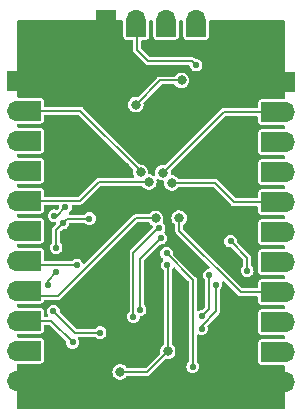
<source format=gbr>
%TF.GenerationSoftware,KiCad,Pcbnew,7.0.1*%
%TF.CreationDate,2024-01-20T21:14:22-07:00*%
%TF.ProjectId,mux_driver_v1,6d75785f-6472-4697-9665-725f76312e6b,rev?*%
%TF.SameCoordinates,Original*%
%TF.FileFunction,Copper,L2,Bot*%
%TF.FilePolarity,Positive*%
%FSLAX46Y46*%
G04 Gerber Fmt 4.6, Leading zero omitted, Abs format (unit mm)*
G04 Created by KiCad (PCBNEW 7.0.1) date 2024-01-20 21:14:22*
%MOMM*%
%LPD*%
G01*
G04 APERTURE LIST*
%TA.AperFunction,ComponentPad*%
%ADD10R,1.700000X1.700000*%
%TD*%
%TA.AperFunction,ComponentPad*%
%ADD11O,1.700000X1.700000*%
%TD*%
%TA.AperFunction,ViaPad*%
%ADD12C,0.800000*%
%TD*%
%TA.AperFunction,ViaPad*%
%ADD13C,0.560000*%
%TD*%
%TA.AperFunction,Conductor*%
%ADD14C,0.152400*%
%TD*%
G04 APERTURE END LIST*
D10*
%TO.P,J6,1,Pin_1*%
%TO.N,GND*%
X166360000Y-75110000D03*
D11*
%TO.P,J6,2,Pin_2*%
%TO.N,F3_ENB*%
X166360000Y-77650000D03*
%TO.P,J6,3,Pin_3*%
%TO.N,F3_SCL*%
X166360000Y-80190000D03*
%TO.P,J6,4,Pin_4*%
%TO.N,F3_SDA*%
X166360000Y-82730000D03*
%TO.P,J6,5,Pin_5*%
%TO.N,F4_ENB*%
X166360000Y-85270000D03*
%TO.P,J6,6,Pin_6*%
%TO.N,F4_SCL*%
X166360000Y-87810000D03*
%TO.P,J6,7,Pin_7*%
%TO.N,F4_SDA*%
X166360000Y-90350000D03*
%TO.P,J6,8,Pin_8*%
%TO.N,Camera*%
X166360000Y-92890000D03*
%TO.P,J6,9,Pin_9*%
%TO.N,Break_SCL*%
X166360000Y-95430000D03*
%TO.P,J6,10,Pin_10*%
%TO.N,Break_SDA*%
X166360000Y-97970000D03*
%TO.P,J6,11,Pin_11*%
%TO.N,GND*%
X166360000Y-100510000D03*
%TD*%
D10*
%TO.P,J4,1,Pin_1*%
%TO.N,GND*%
X143710000Y-74990000D03*
D11*
%TO.P,J4,2,Pin_2*%
%TO.N,F0_ENB*%
X143710000Y-77530000D03*
%TO.P,J4,3,Pin_3*%
%TO.N,F0_SCL*%
X143710000Y-80070000D03*
%TO.P,J4,4,Pin_4*%
%TO.N,F0_SDA*%
X143710000Y-82610000D03*
%TO.P,J4,5,Pin_5*%
%TO.N,F1_ENB*%
X143710000Y-85150000D03*
%TO.P,J4,6,Pin_6*%
%TO.N,F1_SCL*%
X143710000Y-87690000D03*
%TO.P,J4,7,Pin_7*%
%TO.N,F1_SDA*%
X143710000Y-90230000D03*
%TO.P,J4,8,Pin_8*%
%TO.N,F2_ENB*%
X143710000Y-92770000D03*
%TO.P,J4,9,Pin_9*%
%TO.N,F2_SCL*%
X143710000Y-95310000D03*
%TO.P,J4,10,Pin_10*%
%TO.N,F2_SDA*%
X143710000Y-97850000D03*
%TO.P,J4,11,Pin_11*%
%TO.N,GND*%
X143710000Y-100390000D03*
%TD*%
D10*
%TO.P,J7,1,Pin_1*%
%TO.N,GND*%
X151245000Y-69850000D03*
D11*
%TO.P,J7,2,Pin_2*%
%TO.N,+3V3*%
X153785000Y-69850000D03*
%TO.P,J7,3,Pin_3*%
%TO.N,SDA1*%
X156325000Y-69850000D03*
%TO.P,J7,4,Pin_4*%
%TO.N,SCL1*%
X158865000Y-69850000D03*
%TD*%
D12*
%TO.N,Camera*%
X157425000Y-86625000D03*
D13*
%TO.N,+3V3*%
X149825000Y-86675000D03*
X147000000Y-91225000D03*
X163175000Y-91075000D03*
X147575000Y-87050000D03*
X163175000Y-91075000D03*
X147000000Y-89125000D03*
X146275000Y-92275000D03*
X158850000Y-73675000D03*
X161775000Y-88575000D03*
X146775000Y-94525000D03*
X150725000Y-96325000D03*
%TO.N,GND*%
X160700000Y-85350000D03*
X153700000Y-80825000D03*
X153600000Y-95900000D03*
X160750000Y-82250000D03*
D12*
X152850000Y-82275000D03*
%TO.N,F0_ENB*%
X154150000Y-82750000D03*
%TO.N,F1_ENB*%
X154850000Y-83575000D03*
%TO.N,F2_ENB*%
X155425000Y-86650000D03*
%TO.N,F3_ENB*%
X156050000Y-82775000D03*
%TO.N,F4_ENB*%
X156800000Y-83650000D03*
%TO.N,SCL0*%
X156450000Y-97900000D03*
D13*
X156425000Y-90600000D03*
D12*
X152425000Y-99650000D03*
D13*
%TO.N,SDA0*%
X158575000Y-99200000D03*
X156350000Y-89625000D03*
D12*
%TO.N,SCL1*%
X157625000Y-74974300D03*
X153750000Y-77025000D03*
D13*
%TO.N,F3_SDA*%
X155850000Y-88325000D03*
X154105700Y-94389452D03*
%TO.N,F1_SDA*%
X148751793Y-90600638D03*
%TO.N,F3_SCL*%
X155719114Y-87478867D03*
X153550000Y-94975000D03*
%TO.N,F2_SCL*%
X148400000Y-97150000D03*
%TO.N,F0_SCL*%
X146825000Y-86425000D03*
X147784779Y-85705700D03*
%TO.N,F4_SCL*%
X159975000Y-91450000D03*
X159325000Y-94950700D03*
%TO.N,F4_SDA*%
X159325000Y-96000000D03*
X160530700Y-92275000D03*
%TD*%
D14*
%TO.N,Camera*%
X157425000Y-86625000D02*
X157425000Y-87700000D01*
X157425000Y-87700000D02*
X162615000Y-92890000D01*
X162615000Y-92890000D02*
X166196800Y-92890000D01*
%TO.N,+3V3*%
X147575000Y-87050000D02*
X147950000Y-86675000D01*
X163175000Y-89975000D02*
X161775000Y-88575000D01*
X146275000Y-92275000D02*
X146275000Y-91950000D01*
X153875000Y-70053200D02*
X153785000Y-70053200D01*
X147000000Y-87625000D02*
X147575000Y-87050000D01*
X158850000Y-73675000D02*
X158525000Y-73350000D01*
X147000000Y-89125000D02*
X147000000Y-87625000D01*
X146275000Y-91950000D02*
X147000000Y-91225000D01*
X158525000Y-73350000D02*
X154800000Y-73350000D01*
X150725000Y-96325000D02*
X148575000Y-96325000D01*
X147950000Y-86675000D02*
X149825000Y-86675000D01*
X153875000Y-72425000D02*
X153875000Y-70053200D01*
X148575000Y-96325000D02*
X146775000Y-94525000D01*
X163175000Y-91075000D02*
X163175000Y-89975000D01*
X154800000Y-73350000D02*
X153875000Y-72425000D01*
%TO.N,F0_ENB*%
X149061292Y-77530000D02*
X143903200Y-77530000D01*
X154150000Y-82750000D02*
X154150000Y-82618708D01*
X154150000Y-82618708D02*
X149061292Y-77530000D01*
%TO.N,F1_ENB*%
X154850000Y-83575000D02*
X150625000Y-83575000D01*
X150625000Y-83575000D02*
X149050000Y-85150000D01*
X149050000Y-85150000D02*
X143903200Y-85150000D01*
%TO.N,F2_ENB*%
X153750000Y-86650000D02*
X147200000Y-93200000D01*
X144333200Y-93200000D02*
X143903200Y-92770000D01*
X155425000Y-86650000D02*
X153750000Y-86650000D01*
X147200000Y-93200000D02*
X144333200Y-93200000D01*
%TO.N,F3_ENB*%
X156050000Y-82775000D02*
X161175000Y-77650000D01*
X161175000Y-77650000D02*
X166196800Y-77650000D01*
%TO.N,F4_ENB*%
X156800000Y-83650000D02*
X160450000Y-83650000D01*
X160450000Y-83650000D02*
X162100000Y-85300000D01*
X162100000Y-85300000D02*
X162130000Y-85270000D01*
X162130000Y-85270000D02*
X166196800Y-85270000D01*
%TO.N,SCL0*%
X156450000Y-90625000D02*
X156450000Y-97900000D01*
X152425000Y-99650000D02*
X154700000Y-99650000D01*
X156425000Y-90600000D02*
X156450000Y-90625000D01*
X154700000Y-99650000D02*
X156450000Y-97900000D01*
%TO.N,SDA0*%
X156350000Y-89625000D02*
X158575000Y-91850000D01*
X158575000Y-91850000D02*
X158575000Y-99200000D01*
%TO.N,SCL1*%
X155800700Y-74974300D02*
X153750000Y-77025000D01*
X157625000Y-74974300D02*
X155800700Y-74974300D01*
%TO.N,F3_SDA*%
X154105700Y-90069300D02*
X155850000Y-88325000D01*
X154105700Y-94389452D02*
X154105700Y-90069300D01*
%TO.N,F1_SDA*%
X144080638Y-90600638D02*
X143903200Y-90423200D01*
X143903200Y-90423200D02*
X143903200Y-90230000D01*
X148751793Y-90600638D02*
X144080638Y-90600638D01*
%TO.N,F3_SCL*%
X155719114Y-87478867D02*
X155614841Y-87478867D01*
X155614841Y-87478867D02*
X153550000Y-89543708D01*
X153550000Y-89543708D02*
X153550000Y-94975000D01*
%TO.N,F2_SCL*%
X146560000Y-95310000D02*
X143903200Y-95310000D01*
X148400000Y-97150000D02*
X146560000Y-95310000D01*
%TO.N,F0_SCL*%
X146825000Y-86425000D02*
X147065479Y-86425000D01*
X147065479Y-86425000D02*
X147784779Y-85705700D01*
%TO.N,F4_SCL*%
X159325000Y-94950700D02*
X159975000Y-94300700D01*
X159975000Y-94300700D02*
X159975000Y-91450000D01*
%TO.N,F4_SDA*%
X160530700Y-94531586D02*
X160530700Y-92275000D01*
X159325000Y-95737286D02*
X160530700Y-94531586D01*
X159325000Y-96000000D02*
X159325000Y-95737286D01*
%TD*%
%TA.AperFunction,Conductor*%
%TO.N,F3_ENB*%
G36*
X166322828Y-76809455D02*
G01*
X166322995Y-76809524D01*
X166363202Y-76836408D01*
X166390067Y-76876629D01*
X166399500Y-76924068D01*
X166399500Y-78375932D01*
X166390067Y-78423371D01*
X166363202Y-78463592D01*
X166322995Y-78490475D01*
X166322828Y-78490544D01*
X166275336Y-78500000D01*
X164474664Y-78500000D01*
X164427148Y-78490534D01*
X164426673Y-78490337D01*
X164386466Y-78463440D01*
X164359610Y-78423202D01*
X164359416Y-78422733D01*
X164350000Y-78375336D01*
X164350000Y-76924664D01*
X164359379Y-76877355D01*
X164359577Y-76876878D01*
X164386513Y-76836513D01*
X164426878Y-76809577D01*
X164427355Y-76809379D01*
X164474664Y-76800000D01*
X166275336Y-76800000D01*
X166322828Y-76809455D01*
G37*
%TD.AperFunction*%
%TD*%
%TA.AperFunction,Conductor*%
%TO.N,F3_SCL*%
G36*
X166322828Y-79349455D02*
G01*
X166322995Y-79349524D01*
X166363202Y-79376408D01*
X166390067Y-79416629D01*
X166399500Y-79464068D01*
X166399500Y-80915932D01*
X166390067Y-80963371D01*
X166363202Y-81003592D01*
X166322995Y-81030475D01*
X166322828Y-81030544D01*
X166275336Y-81040000D01*
X164474664Y-81040000D01*
X164427148Y-81030534D01*
X164426673Y-81030337D01*
X164386466Y-81003440D01*
X164359610Y-80963202D01*
X164359416Y-80962733D01*
X164350000Y-80915336D01*
X164350000Y-79464664D01*
X164359379Y-79417355D01*
X164359577Y-79416878D01*
X164386513Y-79376513D01*
X164426878Y-79349577D01*
X164427355Y-79349379D01*
X164474664Y-79340000D01*
X166275336Y-79340000D01*
X166322828Y-79349455D01*
G37*
%TD.AperFunction*%
%TD*%
%TA.AperFunction,Conductor*%
%TO.N,GND*%
G36*
X166399500Y-75960000D02*
G01*
X164380000Y-75960000D01*
X164350000Y-75960000D01*
X164350000Y-74260000D01*
X166399500Y-74260000D01*
X166399500Y-75960000D01*
G37*
%TD.AperFunction*%
%TD*%
%TA.AperFunction,Conductor*%
%TO.N,F4_SDA*%
G36*
X166313203Y-89509329D02*
G01*
X166313714Y-89509540D01*
X166353872Y-89536198D01*
X166380832Y-89576158D01*
X166381044Y-89576663D01*
X166390729Y-89623980D01*
X166399262Y-91074653D01*
X166390065Y-91122250D01*
X166389887Y-91122686D01*
X166363075Y-91163191D01*
X166322760Y-91190287D01*
X166322323Y-91190469D01*
X166274649Y-91200000D01*
X164474664Y-91200000D01*
X164427148Y-91190534D01*
X164426673Y-91190337D01*
X164386466Y-91163440D01*
X164359610Y-91123202D01*
X164359416Y-91122733D01*
X164350000Y-91075336D01*
X164350000Y-89624664D01*
X164359379Y-89577355D01*
X164359577Y-89576878D01*
X164386513Y-89536513D01*
X164426878Y-89509577D01*
X164427355Y-89509379D01*
X164474664Y-89500000D01*
X166266017Y-89500000D01*
X166313203Y-89509329D01*
G37*
%TD.AperFunction*%
%TD*%
%TA.AperFunction,Conductor*%
%TO.N,Break_SCL*%
G36*
X166322828Y-94589455D02*
G01*
X166322995Y-94589524D01*
X166363202Y-94616408D01*
X166390067Y-94656629D01*
X166399500Y-94704068D01*
X166399500Y-96155932D01*
X166390067Y-96203371D01*
X166363202Y-96243592D01*
X166322995Y-96270475D01*
X166322828Y-96270544D01*
X166275336Y-96280000D01*
X164483983Y-96280000D01*
X164436679Y-96270622D01*
X164436175Y-96270414D01*
X164396083Y-96243757D01*
X164369167Y-96203842D01*
X164368953Y-96203332D01*
X164359270Y-96156019D01*
X164350737Y-94705342D01*
X164359934Y-94657749D01*
X164360114Y-94657309D01*
X164387045Y-94616687D01*
X164427553Y-94589581D01*
X164427693Y-94589524D01*
X164427993Y-94589400D01*
X164475351Y-94580000D01*
X166275336Y-94580000D01*
X166322828Y-94589455D01*
G37*
%TD.AperFunction*%
%TD*%
%TA.AperFunction,Conductor*%
%TO.N,GND*%
G36*
X155673815Y-83316730D02*
G01*
X155678712Y-83319300D01*
X155816207Y-83391463D01*
X155970529Y-83429500D01*
X155970530Y-83429500D01*
X156027499Y-83429500D01*
X156093773Y-83448696D01*
X156139527Y-83500342D01*
X156150595Y-83568446D01*
X156140692Y-83649999D01*
X156159851Y-83807782D01*
X156216212Y-83956394D01*
X156239505Y-83990139D01*
X156306502Y-84087201D01*
X156414421Y-84182810D01*
X156425472Y-84192600D01*
X156563065Y-84264814D01*
X156566207Y-84266463D01*
X156720529Y-84304500D01*
X156879470Y-84304500D01*
X156879471Y-84304500D01*
X157033793Y-84266463D01*
X157174529Y-84192599D01*
X157293498Y-84087201D01*
X157330040Y-84034259D01*
X157374464Y-83994904D01*
X157432090Y-83980700D01*
X160261658Y-83980700D01*
X160309111Y-83990139D01*
X160349339Y-84017019D01*
X161824928Y-85492608D01*
X161907392Y-85575072D01*
X161924184Y-85582902D01*
X161942898Y-85593707D01*
X161958083Y-85604340D01*
X161975980Y-85609135D01*
X161996292Y-85616527D01*
X162013088Y-85624360D01*
X162031560Y-85625975D01*
X162052831Y-85629725D01*
X162070733Y-85634523D01*
X162089193Y-85632908D01*
X162110796Y-85632908D01*
X162129267Y-85634524D01*
X162147167Y-85629727D01*
X162168441Y-85625975D01*
X162186912Y-85624360D01*
X162203703Y-85616528D01*
X162224021Y-85609134D01*
X162234898Y-85606220D01*
X162239745Y-85604922D01*
X162271826Y-85600700D01*
X163966500Y-85600700D01*
X164028500Y-85617313D01*
X164073887Y-85662700D01*
X164090500Y-85724700D01*
X164090500Y-85995340D01*
X164095473Y-86045898D01*
X164104888Y-86093293D01*
X164119622Y-86141927D01*
X164119810Y-86142383D01*
X164143770Y-86187263D01*
X164156257Y-86205972D01*
X164170625Y-86227499D01*
X164242179Y-86299128D01*
X164282386Y-86326025D01*
X164327260Y-86350039D01*
X164327735Y-86350236D01*
X164376447Y-86365033D01*
X164423963Y-86374499D01*
X164474664Y-86379500D01*
X166275500Y-86379500D01*
X166337500Y-86396113D01*
X166382887Y-86441500D01*
X166399500Y-86503500D01*
X166399500Y-86576500D01*
X166382887Y-86638500D01*
X166337500Y-86683887D01*
X166275500Y-86700500D01*
X166275336Y-86700500D01*
X164474664Y-86700500D01*
X164470153Y-86700942D01*
X164424200Y-86705453D01*
X164376886Y-86714833D01*
X164327872Y-86729705D01*
X164327383Y-86729908D01*
X164282837Y-86753722D01*
X164242474Y-86780657D01*
X164203018Y-86813018D01*
X164170657Y-86852474D01*
X164143722Y-86892837D01*
X164119908Y-86937383D01*
X164119705Y-86937872D01*
X164104833Y-86986886D01*
X164095453Y-87034200D01*
X164090500Y-87084665D01*
X164090500Y-88535340D01*
X164095473Y-88585898D01*
X164104888Y-88633293D01*
X164119622Y-88681927D01*
X164119810Y-88682383D01*
X164136973Y-88714532D01*
X164143769Y-88727261D01*
X164170625Y-88767499D01*
X164242179Y-88839128D01*
X164282386Y-88866025D01*
X164327260Y-88890039D01*
X164327735Y-88890236D01*
X164376447Y-88905033D01*
X164423963Y-88914499D01*
X164474664Y-88919500D01*
X166275500Y-88919500D01*
X166337500Y-88936113D01*
X166382887Y-88981500D01*
X166399500Y-89043500D01*
X166399500Y-89116836D01*
X166380811Y-89182301D01*
X166330377Y-89228032D01*
X166272073Y-89238663D01*
X166272073Y-89240500D01*
X166266017Y-89240500D01*
X164474664Y-89240500D01*
X164470153Y-89240942D01*
X164424200Y-89245453D01*
X164376886Y-89254833D01*
X164327872Y-89269705D01*
X164327383Y-89269908D01*
X164282837Y-89293722D01*
X164242474Y-89320657D01*
X164203018Y-89353018D01*
X164170657Y-89392474D01*
X164143722Y-89432837D01*
X164119908Y-89477383D01*
X164119705Y-89477872D01*
X164104833Y-89526886D01*
X164095453Y-89574200D01*
X164090500Y-89624665D01*
X164090500Y-91075340D01*
X164095473Y-91125898D01*
X164104888Y-91173293D01*
X164119622Y-91221927D01*
X164119810Y-91222383D01*
X164119815Y-91222392D01*
X164143769Y-91267261D01*
X164170625Y-91307499D01*
X164242179Y-91379128D01*
X164282386Y-91406025D01*
X164327260Y-91430039D01*
X164327735Y-91430236D01*
X164376447Y-91445033D01*
X164423963Y-91454499D01*
X164474664Y-91459500D01*
X166275500Y-91459500D01*
X166337500Y-91476113D01*
X166382887Y-91521500D01*
X166399500Y-91583500D01*
X166399500Y-91656500D01*
X166382887Y-91718500D01*
X166337500Y-91763887D01*
X166275500Y-91780500D01*
X166275336Y-91780500D01*
X164474664Y-91780500D01*
X164470153Y-91780942D01*
X164424200Y-91785453D01*
X164376886Y-91794833D01*
X164327872Y-91809705D01*
X164327383Y-91809908D01*
X164282837Y-91833722D01*
X164242474Y-91860657D01*
X164203018Y-91893018D01*
X164170657Y-91932474D01*
X164143722Y-91972837D01*
X164119908Y-92017383D01*
X164119705Y-92017872D01*
X164104833Y-92066886D01*
X164095453Y-92114200D01*
X164090500Y-92164665D01*
X164090500Y-92435300D01*
X164073887Y-92497300D01*
X164028500Y-92542687D01*
X163966500Y-92559300D01*
X162803342Y-92559300D01*
X162755889Y-92549861D01*
X162715661Y-92522981D01*
X158767679Y-88574999D01*
X161235887Y-88574999D01*
X161254258Y-88714532D01*
X161308114Y-88844555D01*
X161393789Y-88956210D01*
X161505444Y-89041885D01*
X161635468Y-89095742D01*
X161775000Y-89114112D01*
X161777490Y-89113784D01*
X161833536Y-89119302D01*
X161881361Y-89149041D01*
X162807981Y-90075661D01*
X162834861Y-90115889D01*
X162844300Y-90163342D01*
X162844300Y-90593882D01*
X162831512Y-90648726D01*
X162795786Y-90692258D01*
X162793789Y-90693789D01*
X162708114Y-90805444D01*
X162654258Y-90935467D01*
X162635887Y-91074999D01*
X162654258Y-91214532D01*
X162708114Y-91344555D01*
X162793789Y-91456210D01*
X162898426Y-91536500D01*
X162905444Y-91541885D01*
X163035468Y-91595742D01*
X163175000Y-91614112D01*
X163314532Y-91595742D01*
X163444556Y-91541885D01*
X163556210Y-91456210D01*
X163641885Y-91344556D01*
X163695742Y-91214532D01*
X163714112Y-91075000D01*
X163713294Y-91068790D01*
X163711683Y-91056547D01*
X163695742Y-90935468D01*
X163641885Y-90805444D01*
X163614791Y-90770134D01*
X163556210Y-90693789D01*
X163554214Y-90692258D01*
X163518488Y-90648726D01*
X163505700Y-90593882D01*
X163505700Y-89994855D01*
X163506172Y-89984047D01*
X163509524Y-89945733D01*
X163499573Y-89908598D01*
X163497231Y-89898033D01*
X163490388Y-89859227D01*
X163479879Y-89833855D01*
X163479340Y-89833085D01*
X163479340Y-89833084D01*
X163457273Y-89801570D01*
X163451464Y-89792450D01*
X163432239Y-89759151D01*
X163402771Y-89734424D01*
X163394796Y-89727116D01*
X162349041Y-88681361D01*
X162319302Y-88633536D01*
X162313784Y-88577489D01*
X162314112Y-88575000D01*
X162295742Y-88435468D01*
X162241885Y-88305444D01*
X162156210Y-88193789D01*
X162044555Y-88108114D01*
X161914532Y-88054258D01*
X161775000Y-88035887D01*
X161635467Y-88054258D01*
X161505444Y-88108114D01*
X161393789Y-88193789D01*
X161308114Y-88305444D01*
X161254258Y-88435467D01*
X161235887Y-88574999D01*
X158767679Y-88574999D01*
X157792019Y-87599339D01*
X157765139Y-87559111D01*
X157755700Y-87511658D01*
X157755700Y-87262236D01*
X157766624Y-87211345D01*
X157797472Y-87169421D01*
X157800671Y-87166587D01*
X157918498Y-87062201D01*
X158008787Y-86931395D01*
X158065149Y-86782782D01*
X158084307Y-86625000D01*
X158065149Y-86467218D01*
X158008787Y-86318605D01*
X157918498Y-86187799D01*
X157811829Y-86093298D01*
X157799527Y-86082399D01*
X157658794Y-86008537D01*
X157581631Y-85989518D01*
X157504471Y-85970500D01*
X157345529Y-85970500D01*
X157294088Y-85983178D01*
X157191205Y-86008537D01*
X157050472Y-86082399D01*
X156931501Y-86187800D01*
X156841212Y-86318605D01*
X156784851Y-86467217D01*
X156765692Y-86625000D01*
X156784851Y-86782782D01*
X156841212Y-86931394D01*
X156850297Y-86944556D01*
X156931502Y-87062201D01*
X157049329Y-87166587D01*
X157052528Y-87169421D01*
X157083376Y-87211345D01*
X157094300Y-87262236D01*
X157094300Y-87680145D01*
X157093828Y-87690953D01*
X157090475Y-87729267D01*
X157100429Y-87766414D01*
X157102770Y-87776975D01*
X157109610Y-87815770D01*
X157120124Y-87841151D01*
X157142721Y-87873423D01*
X157148532Y-87882545D01*
X157155042Y-87893821D01*
X157167761Y-87915849D01*
X157178714Y-87925040D01*
X157197226Y-87940573D01*
X157205202Y-87947882D01*
X159967931Y-90710611D01*
X160001011Y-90770134D01*
X159997670Y-90838150D01*
X159958915Y-90894145D01*
X159896436Y-90921231D01*
X159835467Y-90929258D01*
X159705444Y-90983114D01*
X159593789Y-91068789D01*
X159508114Y-91180444D01*
X159454258Y-91310467D01*
X159435887Y-91449999D01*
X159454258Y-91589532D01*
X159508114Y-91719555D01*
X159593789Y-91831210D01*
X159595786Y-91832742D01*
X159631512Y-91876274D01*
X159644300Y-91931118D01*
X159644300Y-94112358D01*
X159634861Y-94159811D01*
X159607983Y-94200036D01*
X159473155Y-94334864D01*
X159431360Y-94376659D01*
X159383538Y-94406396D01*
X159327495Y-94411916D01*
X159325001Y-94411587D01*
X159185467Y-94429958D01*
X159077152Y-94474823D01*
X159017545Y-94483665D01*
X158960809Y-94463364D01*
X158920342Y-94418715D01*
X158905700Y-94360262D01*
X158905700Y-91869855D01*
X158906172Y-91859047D01*
X158909524Y-91820733D01*
X158906143Y-91808115D01*
X158899572Y-91783595D01*
X158897231Y-91773033D01*
X158890388Y-91734227D01*
X158879879Y-91708855D01*
X158879340Y-91708085D01*
X158879340Y-91708084D01*
X158857273Y-91676570D01*
X158851464Y-91667450D01*
X158850323Y-91665473D01*
X158832239Y-91634151D01*
X158802771Y-91609424D01*
X158794796Y-91602116D01*
X156924041Y-89731361D01*
X156894302Y-89683536D01*
X156888784Y-89627489D01*
X156889112Y-89625000D01*
X156870742Y-89485468D01*
X156816885Y-89355444D01*
X156808728Y-89344814D01*
X156731210Y-89243789D01*
X156619555Y-89158114D01*
X156489532Y-89104258D01*
X156350000Y-89085887D01*
X156210467Y-89104258D01*
X156080444Y-89158114D01*
X155968789Y-89243789D01*
X155883114Y-89355444D01*
X155829258Y-89485467D01*
X155810887Y-89624999D01*
X155829258Y-89764532D01*
X155883114Y-89894555D01*
X155968789Y-90006210D01*
X156020287Y-90045725D01*
X156059362Y-90096648D01*
X156067740Y-90160286D01*
X156043177Y-90219587D01*
X155958114Y-90330443D01*
X155904258Y-90460467D01*
X155885887Y-90600000D01*
X155904258Y-90739532D01*
X155958114Y-90869555D01*
X156043789Y-90981210D01*
X156070786Y-91001925D01*
X156106512Y-91045457D01*
X156119300Y-91100301D01*
X156119300Y-97262764D01*
X156108376Y-97313655D01*
X156077528Y-97355579D01*
X156075471Y-97357400D01*
X156075471Y-97357401D01*
X156005314Y-97419555D01*
X155956501Y-97462800D01*
X155866212Y-97593605D01*
X155809851Y-97742217D01*
X155790692Y-97900000D01*
X155804163Y-98010942D01*
X155798284Y-98066337D01*
X155768748Y-98113569D01*
X154599339Y-99282981D01*
X154559111Y-99309861D01*
X154511658Y-99319300D01*
X153057090Y-99319300D01*
X152999464Y-99305096D01*
X152955040Y-99265740D01*
X152918498Y-99212799D01*
X152799527Y-99107399D01*
X152658794Y-99033537D01*
X152519190Y-98999128D01*
X152504471Y-98995500D01*
X152345529Y-98995500D01*
X152330810Y-98999128D01*
X152191205Y-99033537D01*
X152050472Y-99107399D01*
X151931501Y-99212800D01*
X151841212Y-99343605D01*
X151784851Y-99492217D01*
X151765692Y-99649999D01*
X151784851Y-99807782D01*
X151841212Y-99956394D01*
X151858315Y-99981172D01*
X151931502Y-100087201D01*
X152039421Y-100182810D01*
X152050472Y-100192600D01*
X152191205Y-100266462D01*
X152191207Y-100266463D01*
X152345529Y-100304500D01*
X152504470Y-100304500D01*
X152504471Y-100304500D01*
X152658793Y-100266463D01*
X152799529Y-100192599D01*
X152918498Y-100087201D01*
X152955040Y-100034259D01*
X152999464Y-99994904D01*
X153057090Y-99980700D01*
X154680145Y-99980700D01*
X154690951Y-99981171D01*
X154729267Y-99984524D01*
X154766421Y-99974567D01*
X154776964Y-99972230D01*
X154814851Y-99965551D01*
X154814852Y-99965549D01*
X154815777Y-99965387D01*
X154841147Y-99954877D01*
X154841912Y-99954340D01*
X154841916Y-99954340D01*
X154873426Y-99932275D01*
X154882544Y-99926467D01*
X154915849Y-99907239D01*
X154940585Y-99877758D01*
X154947873Y-99869805D01*
X156234955Y-98582723D01*
X156289336Y-98550960D01*
X156352309Y-98550009D01*
X156370529Y-98554500D01*
X156529470Y-98554500D01*
X156529471Y-98554500D01*
X156683793Y-98516463D01*
X156824529Y-98442599D01*
X156943498Y-98337201D01*
X157033787Y-98206395D01*
X157090149Y-98057782D01*
X157109307Y-97900000D01*
X157090149Y-97742218D01*
X157033787Y-97593605D01*
X156943498Y-97462799D01*
X156824529Y-97357401D01*
X156824527Y-97357400D01*
X156822472Y-97355579D01*
X156791624Y-97313655D01*
X156780700Y-97262764D01*
X156780700Y-91056547D01*
X156787281Y-91016688D01*
X156806321Y-90981064D01*
X156891885Y-90869556D01*
X156891885Y-90869554D01*
X156901823Y-90856604D01*
X156902715Y-90857288D01*
X156925585Y-90826448D01*
X156980060Y-90800680D01*
X157040248Y-90803636D01*
X157091936Y-90834616D01*
X158207981Y-91950661D01*
X158234861Y-91990889D01*
X158244300Y-92038342D01*
X158244300Y-98718882D01*
X158231512Y-98773726D01*
X158195786Y-98817258D01*
X158193789Y-98818789D01*
X158108114Y-98930444D01*
X158054258Y-99060467D01*
X158035887Y-99200000D01*
X158054258Y-99339532D01*
X158108114Y-99469555D01*
X158193789Y-99581210D01*
X158283438Y-99649999D01*
X158305444Y-99666885D01*
X158435468Y-99720742D01*
X158575000Y-99739112D01*
X158714532Y-99720742D01*
X158844556Y-99666885D01*
X158956210Y-99581210D01*
X159041885Y-99469556D01*
X159095742Y-99339532D01*
X159114112Y-99200000D01*
X159095742Y-99060468D01*
X159041885Y-98930444D01*
X159008750Y-98887261D01*
X158956210Y-98818789D01*
X158954214Y-98817258D01*
X158918488Y-98773726D01*
X158905700Y-98718882D01*
X158905700Y-96590438D01*
X158920342Y-96531985D01*
X158960809Y-96487336D01*
X159017545Y-96467035D01*
X159077152Y-96475877D01*
X159119051Y-96493231D01*
X159185468Y-96520742D01*
X159325000Y-96539112D01*
X159464532Y-96520742D01*
X159594556Y-96466885D01*
X159706210Y-96381210D01*
X159791885Y-96269556D01*
X159845742Y-96139532D01*
X159864112Y-96000000D01*
X159845742Y-95860468D01*
X159825825Y-95812386D01*
X159816388Y-95764939D01*
X159825827Y-95717486D01*
X159852704Y-95677260D01*
X160750506Y-94779458D01*
X160758456Y-94772172D01*
X160787939Y-94747435D01*
X160807170Y-94714123D01*
X160812966Y-94705024D01*
X160835040Y-94673503D01*
X160835041Y-94673498D01*
X160835580Y-94672729D01*
X160846088Y-94647363D01*
X160852931Y-94608552D01*
X160855269Y-94598000D01*
X160865224Y-94560853D01*
X160865105Y-94559497D01*
X160861872Y-94522539D01*
X160861400Y-94511731D01*
X160861400Y-92756118D01*
X160874188Y-92701274D01*
X160909914Y-92657742D01*
X160911910Y-92656210D01*
X160911909Y-92656210D01*
X160997585Y-92544556D01*
X161051442Y-92414532D01*
X161069812Y-92275000D01*
X161051442Y-92135468D01*
X161048633Y-92128688D01*
X161040722Y-92061839D01*
X161068905Y-92000705D01*
X161124877Y-91963306D01*
X161192142Y-91960663D01*
X161250876Y-91993556D01*
X162367116Y-93109796D01*
X162374424Y-93117771D01*
X162399151Y-93147239D01*
X162432463Y-93166471D01*
X162441575Y-93172277D01*
X162473852Y-93194879D01*
X162499223Y-93205387D01*
X162500147Y-93205549D01*
X162500149Y-93205551D01*
X162538046Y-93212232D01*
X162548595Y-93214572D01*
X162585732Y-93224523D01*
X162585732Y-93224522D01*
X162585733Y-93224523D01*
X162624040Y-93221171D01*
X162634847Y-93220700D01*
X163966500Y-93220700D01*
X164028500Y-93237313D01*
X164073887Y-93282700D01*
X164090500Y-93344700D01*
X164090500Y-93615340D01*
X164095473Y-93665898D01*
X164104888Y-93713293D01*
X164119622Y-93761927D01*
X164119810Y-93762383D01*
X164119815Y-93762392D01*
X164143769Y-93807261D01*
X164170625Y-93847499D01*
X164242179Y-93919128D01*
X164282386Y-93946025D01*
X164327260Y-93970039D01*
X164327735Y-93970236D01*
X164376447Y-93985033D01*
X164423963Y-93994499D01*
X164474664Y-93999500D01*
X166275500Y-93999500D01*
X166337500Y-94016113D01*
X166382887Y-94061500D01*
X166399500Y-94123500D01*
X166399500Y-94196500D01*
X166382887Y-94258500D01*
X166337500Y-94303887D01*
X166275500Y-94320500D01*
X164475346Y-94320500D01*
X164424829Y-94325465D01*
X164377476Y-94334864D01*
X164329268Y-94349412D01*
X164328831Y-94349592D01*
X164283238Y-94373911D01*
X164242728Y-94401018D01*
X164203158Y-94433586D01*
X164170757Y-94473299D01*
X164143827Y-94513919D01*
X164119938Y-94559046D01*
X164119753Y-94559497D01*
X164105147Y-94608514D01*
X164095951Y-94656099D01*
X164091240Y-94706870D01*
X164099774Y-96157551D01*
X164105038Y-96208041D01*
X164105040Y-96208049D01*
X164114723Y-96255362D01*
X164129665Y-96303739D01*
X164129667Y-96303743D01*
X164129668Y-96303747D01*
X164129878Y-96304248D01*
X164154012Y-96348924D01*
X164154014Y-96348927D01*
X164180930Y-96388842D01*
X164215255Y-96422944D01*
X164252403Y-96459851D01*
X164292500Y-96486511D01*
X164337171Y-96510285D01*
X164337179Y-96510289D01*
X164337683Y-96510497D01*
X164386215Y-96525168D01*
X164433519Y-96534546D01*
X164483983Y-96539500D01*
X164483984Y-96539500D01*
X166275500Y-96539500D01*
X166337500Y-96556113D01*
X166382887Y-96601500D01*
X166399500Y-96663500D01*
X166399500Y-96736500D01*
X166382887Y-96798500D01*
X166337500Y-96843887D01*
X166275500Y-96860500D01*
X166275336Y-96860500D01*
X164474664Y-96860500D01*
X164470153Y-96860942D01*
X164424200Y-96865453D01*
X164376886Y-96874833D01*
X164327872Y-96889705D01*
X164327383Y-96889908D01*
X164282837Y-96913722D01*
X164242474Y-96940657D01*
X164203018Y-96973018D01*
X164170657Y-97012474D01*
X164143722Y-97052837D01*
X164119908Y-97097383D01*
X164119705Y-97097872D01*
X164104833Y-97146886D01*
X164095453Y-97194200D01*
X164090500Y-97244665D01*
X164090500Y-98695340D01*
X164095473Y-98745898D01*
X164104888Y-98793293D01*
X164119622Y-98841927D01*
X164119810Y-98842383D01*
X164119815Y-98842392D01*
X164143769Y-98887261D01*
X164170625Y-98927499D01*
X164242179Y-98999128D01*
X164282386Y-99026025D01*
X164327260Y-99050039D01*
X164327735Y-99050236D01*
X164376447Y-99065033D01*
X164423963Y-99074499D01*
X164474664Y-99079500D01*
X166275500Y-99079500D01*
X166337500Y-99096113D01*
X166382887Y-99141500D01*
X166399500Y-99203500D01*
X166399500Y-101338050D01*
X166350000Y-99660000D01*
X164350000Y-99660000D01*
X164350000Y-101355000D01*
X166399500Y-101355000D01*
X166399500Y-102675500D01*
X166382887Y-102737500D01*
X166337500Y-102782887D01*
X166275500Y-102799500D01*
X143824500Y-102799500D01*
X143762500Y-102782887D01*
X143717113Y-102737500D01*
X143700500Y-102675500D01*
X143700500Y-101245000D01*
X145740000Y-101245000D01*
X145740000Y-99540000D01*
X143700500Y-99540000D01*
X143700500Y-99083500D01*
X143717113Y-99021500D01*
X143762500Y-98976113D01*
X143824500Y-98959500D01*
X145615336Y-98959500D01*
X145666135Y-98954480D01*
X145678034Y-98952104D01*
X145713736Y-98944978D01*
X145762278Y-98930231D01*
X145762751Y-98930035D01*
X145807726Y-98905972D01*
X145847801Y-98879156D01*
X145919154Y-98807804D01*
X145945971Y-98767729D01*
X145970215Y-98722318D01*
X145970410Y-98721845D01*
X145984978Y-98673736D01*
X145994480Y-98626134D01*
X145999500Y-98575336D01*
X145999500Y-97124664D01*
X145994499Y-97073963D01*
X145985033Y-97026447D01*
X145970236Y-96977735D01*
X145970039Y-96977260D01*
X145967769Y-96973019D01*
X145946026Y-96932388D01*
X145919128Y-96892179D01*
X145847495Y-96820622D01*
X145807263Y-96793770D01*
X145762895Y-96770023D01*
X145762436Y-96769832D01*
X145713295Y-96754888D01*
X145665897Y-96745473D01*
X145665896Y-96745472D01*
X145615336Y-96740500D01*
X143824664Y-96740500D01*
X143824500Y-96740500D01*
X143762500Y-96723887D01*
X143717113Y-96678500D01*
X143700500Y-96616500D01*
X143700500Y-96543500D01*
X143717113Y-96481500D01*
X143762500Y-96436113D01*
X143824500Y-96419500D01*
X145615336Y-96419500D01*
X145666135Y-96414480D01*
X145678034Y-96412104D01*
X145713736Y-96404978D01*
X145762278Y-96390231D01*
X145762751Y-96390035D01*
X145807726Y-96365972D01*
X145847801Y-96339156D01*
X145919154Y-96267804D01*
X145945971Y-96227729D01*
X145970215Y-96182318D01*
X145970410Y-96181845D01*
X145984978Y-96133736D01*
X145994480Y-96086134D01*
X145999500Y-96035336D01*
X145999500Y-95764700D01*
X146016113Y-95702700D01*
X146061500Y-95657313D01*
X146123500Y-95640700D01*
X146371658Y-95640700D01*
X146419111Y-95650139D01*
X146459339Y-95677019D01*
X147825958Y-97043638D01*
X147855696Y-97091459D01*
X147861217Y-97147502D01*
X147860888Y-97150000D01*
X147879258Y-97289532D01*
X147933114Y-97419555D01*
X148018789Y-97531210D01*
X148100105Y-97593605D01*
X148130444Y-97616885D01*
X148260468Y-97670742D01*
X148400000Y-97689112D01*
X148539532Y-97670742D01*
X148669556Y-97616885D01*
X148781210Y-97531210D01*
X148866885Y-97419556D01*
X148920742Y-97289532D01*
X148939112Y-97150000D01*
X148920742Y-97010468D01*
X148866885Y-96880444D01*
X148847503Y-96855185D01*
X148822477Y-96791854D01*
X148834668Y-96724856D01*
X148880399Y-96674399D01*
X148945880Y-96655700D01*
X150243882Y-96655700D01*
X150298726Y-96668488D01*
X150342258Y-96704214D01*
X150343789Y-96706210D01*
X150426704Y-96769832D01*
X150455444Y-96791885D01*
X150585468Y-96845742D01*
X150725000Y-96864112D01*
X150864532Y-96845742D01*
X150994556Y-96791885D01*
X151106210Y-96706210D01*
X151191885Y-96594556D01*
X151245742Y-96464532D01*
X151264112Y-96325000D01*
X151245742Y-96185468D01*
X151191885Y-96055444D01*
X151160034Y-96013935D01*
X151106210Y-95943789D01*
X150994555Y-95858114D01*
X150864532Y-95804258D01*
X150725000Y-95785887D01*
X150585467Y-95804258D01*
X150455444Y-95858114D01*
X150343789Y-95943789D01*
X150342258Y-95945786D01*
X150298726Y-95981512D01*
X150243882Y-95994300D01*
X148763342Y-95994300D01*
X148715889Y-95984861D01*
X148675661Y-95957981D01*
X147349041Y-94631361D01*
X147319302Y-94583536D01*
X147313784Y-94527489D01*
X147314112Y-94525000D01*
X147295742Y-94385468D01*
X147241885Y-94255444D01*
X147241884Y-94255443D01*
X147156210Y-94143789D01*
X147044555Y-94058114D01*
X146914532Y-94004258D01*
X146775000Y-93985887D01*
X146635467Y-94004258D01*
X146505444Y-94058114D01*
X146393789Y-94143789D01*
X146308114Y-94255444D01*
X146254258Y-94385467D01*
X146237072Y-94516004D01*
X146223187Y-94547747D01*
X146223499Y-94548003D01*
X146246439Y-94605140D01*
X146254258Y-94664532D01*
X146313620Y-94807848D01*
X146322462Y-94867455D01*
X146302161Y-94924191D01*
X146257512Y-94964658D01*
X146199059Y-94979300D01*
X146123500Y-94979300D01*
X146061500Y-94962687D01*
X146016113Y-94917300D01*
X145999500Y-94855300D01*
X145999500Y-94621326D01*
X146013871Y-94565249D01*
X145992523Y-94524047D01*
X145985033Y-94486447D01*
X145970236Y-94437735D01*
X145970039Y-94437260D01*
X145946025Y-94392386D01*
X145919128Y-94352179D01*
X145847497Y-94280624D01*
X145847495Y-94280622D01*
X145807263Y-94253770D01*
X145762895Y-94230023D01*
X145762436Y-94229832D01*
X145713295Y-94214888D01*
X145665897Y-94205473D01*
X145665896Y-94205472D01*
X145615336Y-94200500D01*
X143824664Y-94200500D01*
X143824500Y-94200500D01*
X143762500Y-94183887D01*
X143717113Y-94138500D01*
X143700500Y-94076500D01*
X143700500Y-94003500D01*
X143717113Y-93941500D01*
X143762500Y-93896113D01*
X143824500Y-93879500D01*
X145615336Y-93879500D01*
X145666135Y-93874480D01*
X145678034Y-93872104D01*
X145713736Y-93864978D01*
X145762278Y-93850231D01*
X145762751Y-93850035D01*
X145807726Y-93825972D01*
X145847801Y-93799156D01*
X145919154Y-93727804D01*
X145945971Y-93687729D01*
X145970215Y-93642318D01*
X145970410Y-93641845D01*
X145977399Y-93618762D01*
X146002824Y-93572971D01*
X146044884Y-93541761D01*
X146096078Y-93530700D01*
X147180145Y-93530700D01*
X147190951Y-93531171D01*
X147229267Y-93534524D01*
X147266421Y-93524567D01*
X147276964Y-93522230D01*
X147314851Y-93515551D01*
X147314852Y-93515549D01*
X147315777Y-93515387D01*
X147341147Y-93504877D01*
X147341912Y-93504340D01*
X147341916Y-93504340D01*
X147373426Y-93482275D01*
X147382544Y-93476467D01*
X147386930Y-93473935D01*
X147415849Y-93457239D01*
X147440586Y-93427756D01*
X147447873Y-93419805D01*
X153850660Y-87017019D01*
X153890889Y-86990139D01*
X153938342Y-86980700D01*
X154792910Y-86980700D01*
X154850536Y-86994904D01*
X154894960Y-87034260D01*
X154929751Y-87084665D01*
X154931502Y-87087201D01*
X155050471Y-87192599D01*
X155130279Y-87234485D01*
X155168965Y-87266180D01*
X155191984Y-87310582D01*
X155195590Y-87360467D01*
X155190475Y-87399315D01*
X155178748Y-87437973D01*
X155155217Y-87470809D01*
X153330205Y-89295821D01*
X153322234Y-89303126D01*
X153292760Y-89327859D01*
X153273528Y-89361167D01*
X153267721Y-89370282D01*
X153245126Y-89402553D01*
X153234610Y-89427940D01*
X153227770Y-89466734D01*
X153225429Y-89477294D01*
X153215475Y-89514440D01*
X153218828Y-89552755D01*
X153219300Y-89563563D01*
X153219300Y-94493882D01*
X153206512Y-94548726D01*
X153170786Y-94592258D01*
X153168789Y-94593789D01*
X153083114Y-94705444D01*
X153029258Y-94835467D01*
X153010887Y-94974999D01*
X153029258Y-95114532D01*
X153083114Y-95244555D01*
X153168789Y-95356210D01*
X153264955Y-95430000D01*
X153280444Y-95441885D01*
X153410468Y-95495742D01*
X153550000Y-95514112D01*
X153689532Y-95495742D01*
X153819556Y-95441885D01*
X153931210Y-95356210D01*
X154016885Y-95244556D01*
X154070742Y-95114532D01*
X154082621Y-95024299D01*
X154100980Y-94973861D01*
X154138935Y-94935905D01*
X154189373Y-94917548D01*
X154245232Y-94910194D01*
X154375256Y-94856337D01*
X154486910Y-94770662D01*
X154572585Y-94659008D01*
X154626442Y-94528984D01*
X154644812Y-94389452D01*
X154626442Y-94249920D01*
X154572585Y-94119896D01*
X154539286Y-94076500D01*
X154486910Y-94008241D01*
X154484914Y-94006710D01*
X154449188Y-93963178D01*
X154436400Y-93908334D01*
X154436400Y-90257642D01*
X154445839Y-90210189D01*
X154472719Y-90169961D01*
X154783453Y-89859227D01*
X155743639Y-88899039D01*
X155791461Y-88869302D01*
X155847503Y-88863783D01*
X155850000Y-88864112D01*
X155989532Y-88845742D01*
X156119556Y-88791885D01*
X156231210Y-88706210D01*
X156316885Y-88594556D01*
X156370742Y-88464532D01*
X156389112Y-88325000D01*
X156370742Y-88185468D01*
X156316885Y-88055444D01*
X156301879Y-88035888D01*
X156231210Y-87943789D01*
X156206775Y-87925040D01*
X156167700Y-87874116D01*
X156159322Y-87810478D01*
X156183885Y-87751177D01*
X156185999Y-87748423D01*
X156239856Y-87618399D01*
X156258226Y-87478867D01*
X156239856Y-87339335D01*
X156185999Y-87209311D01*
X156100324Y-87097657D01*
X156061075Y-87067540D01*
X156027155Y-87027527D01*
X156012814Y-86977067D01*
X156020620Y-86925194D01*
X156027071Y-86908185D01*
X156065149Y-86807782D01*
X156084307Y-86650000D01*
X156065149Y-86492218D01*
X156008787Y-86343605D01*
X155918498Y-86212799D01*
X155799529Y-86107401D01*
X155799527Y-86107399D01*
X155658794Y-86033537D01*
X155557364Y-86008537D01*
X155504471Y-85995500D01*
X155345529Y-85995500D01*
X155294088Y-86008178D01*
X155191205Y-86033537D01*
X155050472Y-86107399D01*
X154931501Y-86212799D01*
X154894960Y-86265740D01*
X154850536Y-86305096D01*
X154792910Y-86319300D01*
X153769855Y-86319300D01*
X153759048Y-86318828D01*
X153756214Y-86318580D01*
X153720732Y-86315475D01*
X153683586Y-86325429D01*
X153673026Y-86327770D01*
X153634232Y-86334610D01*
X153608845Y-86345126D01*
X153576574Y-86367721D01*
X153567459Y-86373528D01*
X153534151Y-86392760D01*
X153509418Y-86422234D01*
X153502113Y-86430205D01*
X149461950Y-90470368D01*
X149410264Y-90501348D01*
X149350077Y-90504304D01*
X149295604Y-90478540D01*
X149259709Y-90430142D01*
X149218678Y-90331082D01*
X149218676Y-90331079D01*
X149133003Y-90219427D01*
X149021348Y-90133752D01*
X148891325Y-90079896D01*
X148751793Y-90061525D01*
X148612260Y-90079896D01*
X148482237Y-90133752D01*
X148370582Y-90219427D01*
X148369051Y-90221424D01*
X148325519Y-90257150D01*
X148270675Y-90269938D01*
X146123500Y-90269938D01*
X146061500Y-90253325D01*
X146016113Y-90207938D01*
X145999500Y-90145938D01*
X145999500Y-89504664D01*
X145994499Y-89453963D01*
X145985033Y-89406447D01*
X145970236Y-89357735D01*
X145970039Y-89357260D01*
X145967769Y-89353019D01*
X145946026Y-89312388D01*
X145934943Y-89295821D01*
X145919128Y-89272179D01*
X145847497Y-89200624D01*
X145847495Y-89200622D01*
X145807263Y-89173770D01*
X145762895Y-89150023D01*
X145762436Y-89149832D01*
X145713295Y-89134888D01*
X145665897Y-89125473D01*
X145615336Y-89120500D01*
X143824664Y-89120500D01*
X143824500Y-89120500D01*
X143762500Y-89103887D01*
X143717113Y-89058500D01*
X143700500Y-88996500D01*
X143700500Y-88923500D01*
X143717113Y-88861500D01*
X143762500Y-88816113D01*
X143824500Y-88799500D01*
X145615336Y-88799500D01*
X145666135Y-88794480D01*
X145679134Y-88791885D01*
X145713736Y-88784978D01*
X145762278Y-88770231D01*
X145762751Y-88770035D01*
X145807726Y-88745972D01*
X145847801Y-88719156D01*
X145919154Y-88647804D01*
X145945971Y-88607729D01*
X145970215Y-88562318D01*
X145970410Y-88561845D01*
X145984978Y-88513736D01*
X145994480Y-88466134D01*
X145997511Y-88435468D01*
X145999500Y-88415336D01*
X145999500Y-86964664D01*
X145998642Y-86955967D01*
X145994499Y-86913963D01*
X145985033Y-86866447D01*
X145970236Y-86817735D01*
X145970039Y-86817260D01*
X145967769Y-86813019D01*
X145946026Y-86772388D01*
X145919128Y-86732179D01*
X145847495Y-86660622D01*
X145807263Y-86633770D01*
X145762895Y-86610023D01*
X145762436Y-86609832D01*
X145713295Y-86594888D01*
X145665897Y-86585473D01*
X145615336Y-86580500D01*
X143824664Y-86580500D01*
X143824500Y-86580500D01*
X143762500Y-86563887D01*
X143717113Y-86518500D01*
X143700500Y-86456500D01*
X143700500Y-86383500D01*
X143717113Y-86321500D01*
X143762500Y-86276113D01*
X143824500Y-86259500D01*
X145615336Y-86259500D01*
X145666135Y-86254480D01*
X145678034Y-86252104D01*
X145713736Y-86244978D01*
X145762278Y-86230231D01*
X145762751Y-86230035D01*
X145807726Y-86205972D01*
X145847801Y-86179156D01*
X145919154Y-86107804D01*
X145945971Y-86067729D01*
X145970215Y-86022318D01*
X145970410Y-86021845D01*
X145984978Y-85973736D01*
X145994480Y-85926134D01*
X145999500Y-85875336D01*
X145999500Y-85604700D01*
X146016113Y-85542700D01*
X146061500Y-85497313D01*
X146123500Y-85480700D01*
X147133894Y-85480700D01*
X147200519Y-85500119D01*
X147246276Y-85552295D01*
X147256833Y-85620885D01*
X147245667Y-85705700D01*
X147245995Y-85708195D01*
X147240475Y-85764238D01*
X147210737Y-85812060D01*
X147132019Y-85890778D01*
X147091792Y-85917658D01*
X147044340Y-85927097D01*
X146996889Y-85917659D01*
X146964535Y-85904258D01*
X146825000Y-85885887D01*
X146685467Y-85904258D01*
X146555444Y-85958114D01*
X146443789Y-86043789D01*
X146358114Y-86155444D01*
X146304258Y-86285467D01*
X146285887Y-86425000D01*
X146304258Y-86564532D01*
X146358114Y-86694555D01*
X146443789Y-86806210D01*
X146522300Y-86866453D01*
X146555444Y-86891885D01*
X146685468Y-86945742D01*
X146825000Y-86964112D01*
X146886865Y-86955967D01*
X146947487Y-86963142D01*
X146997340Y-86998374D01*
X147024340Y-87053125D01*
X147021944Y-87114124D01*
X146990731Y-87166587D01*
X146780205Y-87377113D01*
X146772234Y-87384418D01*
X146742760Y-87409151D01*
X146723528Y-87442459D01*
X146717721Y-87451574D01*
X146695126Y-87483845D01*
X146684610Y-87509232D01*
X146677770Y-87548026D01*
X146675429Y-87558586D01*
X146665475Y-87595732D01*
X146668828Y-87634047D01*
X146669300Y-87644855D01*
X146669300Y-88643882D01*
X146656512Y-88698726D01*
X146620786Y-88742258D01*
X146618789Y-88743789D01*
X146533114Y-88855444D01*
X146479258Y-88985467D01*
X146460887Y-89125000D01*
X146479258Y-89264532D01*
X146533114Y-89394555D01*
X146618789Y-89506210D01*
X146686481Y-89558151D01*
X146730444Y-89591885D01*
X146860468Y-89645742D01*
X147000000Y-89664112D01*
X147139532Y-89645742D01*
X147269556Y-89591885D01*
X147381210Y-89506210D01*
X147466885Y-89394556D01*
X147520742Y-89264532D01*
X147539112Y-89125000D01*
X147520742Y-88985468D01*
X147466885Y-88855444D01*
X147454365Y-88839128D01*
X147381210Y-88743789D01*
X147379214Y-88742258D01*
X147343488Y-88698726D01*
X147330700Y-88643882D01*
X147330700Y-87813342D01*
X147340139Y-87765890D01*
X147367018Y-87725662D01*
X147381172Y-87711507D01*
X147468639Y-87624039D01*
X147516461Y-87594302D01*
X147572503Y-87588783D01*
X147575000Y-87589112D01*
X147714532Y-87570742D01*
X147844556Y-87516885D01*
X147956210Y-87431210D01*
X148041885Y-87319556D01*
X148095742Y-87189532D01*
X148105750Y-87113513D01*
X148127114Y-87058576D01*
X148171432Y-87019711D01*
X148228689Y-87005700D01*
X149343882Y-87005700D01*
X149398726Y-87018488D01*
X149442258Y-87054214D01*
X149443789Y-87056210D01*
X149508762Y-87106065D01*
X149555444Y-87141885D01*
X149685468Y-87195742D01*
X149825000Y-87214112D01*
X149964532Y-87195742D01*
X150094556Y-87141885D01*
X150206210Y-87056210D01*
X150291885Y-86944556D01*
X150345742Y-86814532D01*
X150364112Y-86675000D01*
X150345742Y-86535468D01*
X150291885Y-86405444D01*
X150275047Y-86383500D01*
X150206210Y-86293789D01*
X150094555Y-86208114D01*
X149964532Y-86154258D01*
X149825000Y-86135887D01*
X149685467Y-86154258D01*
X149555444Y-86208114D01*
X149443789Y-86293789D01*
X149442258Y-86295786D01*
X149398726Y-86331512D01*
X149343882Y-86344300D01*
X148195844Y-86344300D01*
X148136676Y-86329273D01*
X148091849Y-86287835D01*
X148072226Y-86230029D01*
X148082565Y-86169864D01*
X148120358Y-86121924D01*
X148165989Y-86086910D01*
X148197456Y-86045901D01*
X148251664Y-85975256D01*
X148305521Y-85845232D01*
X148323891Y-85705700D01*
X148318230Y-85662700D01*
X148312725Y-85620885D01*
X148323282Y-85552295D01*
X148369039Y-85500119D01*
X148435664Y-85480700D01*
X149030145Y-85480700D01*
X149040951Y-85481171D01*
X149079267Y-85484524D01*
X149116421Y-85474567D01*
X149126964Y-85472230D01*
X149164851Y-85465551D01*
X149164852Y-85465549D01*
X149165777Y-85465387D01*
X149191147Y-85454877D01*
X149191912Y-85454340D01*
X149191916Y-85454340D01*
X149223426Y-85432275D01*
X149232544Y-85426467D01*
X149265849Y-85407239D01*
X149290586Y-85377756D01*
X149297873Y-85369805D01*
X150725660Y-83942019D01*
X150765889Y-83915139D01*
X150813342Y-83905700D01*
X154217910Y-83905700D01*
X154275536Y-83919904D01*
X154319959Y-83959259D01*
X154333240Y-83978500D01*
X154356501Y-84012200D01*
X154475472Y-84117600D01*
X154584521Y-84174833D01*
X154616207Y-84191463D01*
X154770529Y-84229500D01*
X154929470Y-84229500D01*
X154929471Y-84229500D01*
X155083793Y-84191463D01*
X155224529Y-84117599D01*
X155343498Y-84012201D01*
X155433787Y-83881395D01*
X155490149Y-83732782D01*
X155509307Y-83575000D01*
X155493093Y-83441469D01*
X155503113Y-83375635D01*
X155545749Y-83324476D01*
X155608702Y-83302752D01*
X155673815Y-83316730D01*
G37*
%TD.AperFunction*%
%TA.AperFunction,Conductor*%
G36*
X164028500Y-77997313D02*
G01*
X164073887Y-78042700D01*
X164090500Y-78104700D01*
X164090500Y-78375340D01*
X164095473Y-78425898D01*
X164104888Y-78473293D01*
X164119622Y-78521927D01*
X164119810Y-78522383D01*
X164119815Y-78522392D01*
X164143769Y-78567261D01*
X164170625Y-78607499D01*
X164242179Y-78679128D01*
X164282386Y-78706025D01*
X164327260Y-78730039D01*
X164327735Y-78730236D01*
X164376447Y-78745033D01*
X164423963Y-78754499D01*
X164474664Y-78759500D01*
X166275500Y-78759500D01*
X166337500Y-78776113D01*
X166382887Y-78821500D01*
X166399500Y-78883500D01*
X166399500Y-78956500D01*
X166382887Y-79018500D01*
X166337500Y-79063887D01*
X166275500Y-79080500D01*
X166275336Y-79080500D01*
X164474664Y-79080500D01*
X164470153Y-79080942D01*
X164424200Y-79085453D01*
X164376886Y-79094833D01*
X164327872Y-79109705D01*
X164327383Y-79109908D01*
X164282837Y-79133722D01*
X164242474Y-79160657D01*
X164203018Y-79193018D01*
X164170657Y-79232474D01*
X164143722Y-79272837D01*
X164119908Y-79317383D01*
X164119705Y-79317872D01*
X164104833Y-79366886D01*
X164095453Y-79414200D01*
X164090500Y-79464665D01*
X164090500Y-80915340D01*
X164095473Y-80965898D01*
X164104888Y-81013293D01*
X164119622Y-81061927D01*
X164119810Y-81062383D01*
X164119815Y-81062392D01*
X164143769Y-81107261D01*
X164170625Y-81147499D01*
X164242179Y-81219128D01*
X164282386Y-81246025D01*
X164327260Y-81270039D01*
X164327735Y-81270236D01*
X164376447Y-81285033D01*
X164423963Y-81294499D01*
X164474664Y-81299500D01*
X166275500Y-81299500D01*
X166337500Y-81316113D01*
X166382887Y-81361500D01*
X166399500Y-81423500D01*
X166399500Y-81496500D01*
X166382887Y-81558500D01*
X166337500Y-81603887D01*
X166275500Y-81620500D01*
X166275336Y-81620500D01*
X164474664Y-81620500D01*
X164470153Y-81620942D01*
X164424200Y-81625453D01*
X164376886Y-81634833D01*
X164327872Y-81649705D01*
X164327383Y-81649908D01*
X164282837Y-81673722D01*
X164242474Y-81700657D01*
X164203018Y-81733018D01*
X164170657Y-81772474D01*
X164143722Y-81812837D01*
X164119908Y-81857383D01*
X164119705Y-81857872D01*
X164104833Y-81906886D01*
X164095453Y-81954200D01*
X164090500Y-82004665D01*
X164090500Y-83455340D01*
X164095473Y-83505898D01*
X164104888Y-83553293D01*
X164119622Y-83601927D01*
X164119810Y-83602383D01*
X164119815Y-83602392D01*
X164143769Y-83647261D01*
X164170625Y-83687499D01*
X164242179Y-83759128D01*
X164282386Y-83786025D01*
X164327260Y-83810039D01*
X164327735Y-83810236D01*
X164376447Y-83825033D01*
X164423963Y-83834499D01*
X164474664Y-83839500D01*
X166275500Y-83839500D01*
X166337500Y-83856113D01*
X166382887Y-83901500D01*
X166399500Y-83963500D01*
X166399500Y-84036500D01*
X166382887Y-84098500D01*
X166337500Y-84143887D01*
X166275500Y-84160500D01*
X166275336Y-84160500D01*
X164474664Y-84160500D01*
X164470153Y-84160942D01*
X164424200Y-84165453D01*
X164376886Y-84174833D01*
X164327872Y-84189705D01*
X164327383Y-84189908D01*
X164282837Y-84213722D01*
X164242474Y-84240657D01*
X164203018Y-84273018D01*
X164170657Y-84312474D01*
X164143722Y-84352837D01*
X164119908Y-84397383D01*
X164119705Y-84397872D01*
X164104833Y-84446886D01*
X164095453Y-84494200D01*
X164090500Y-84544665D01*
X164090500Y-84815300D01*
X164073887Y-84877300D01*
X164028500Y-84922687D01*
X163966500Y-84939300D01*
X162258342Y-84939300D01*
X162210889Y-84929861D01*
X162170661Y-84902981D01*
X160697882Y-83430202D01*
X160690573Y-83422226D01*
X160684318Y-83414772D01*
X160665849Y-83392761D01*
X160665848Y-83392760D01*
X160632545Y-83373532D01*
X160623423Y-83367721D01*
X160591151Y-83345124D01*
X160565770Y-83334610D01*
X160526975Y-83327770D01*
X160516414Y-83325429D01*
X160479267Y-83315475D01*
X160443554Y-83318600D01*
X160440951Y-83318828D01*
X160430145Y-83319300D01*
X157432090Y-83319300D01*
X157374464Y-83305096D01*
X157330040Y-83265740D01*
X157319472Y-83250430D01*
X157293498Y-83212799D01*
X157174529Y-83107401D01*
X157174527Y-83107399D01*
X157033794Y-83033537D01*
X156941144Y-83010701D01*
X156879471Y-82995500D01*
X156822501Y-82995500D01*
X156756227Y-82976304D01*
X156710473Y-82924658D01*
X156699405Y-82856554D01*
X156709307Y-82775000D01*
X156695836Y-82664054D01*
X156701715Y-82608659D01*
X156731249Y-82561429D01*
X161275661Y-78017019D01*
X161315890Y-77990139D01*
X161363343Y-77980700D01*
X163966500Y-77980700D01*
X164028500Y-77997313D01*
G37*
%TD.AperFunction*%
%TA.AperFunction,Conductor*%
G36*
X148920403Y-77870139D02*
G01*
X148960631Y-77897019D01*
X153493300Y-82429688D01*
X153519696Y-82468765D01*
X153529594Y-82514871D01*
X153521561Y-82561339D01*
X153509851Y-82592215D01*
X153490692Y-82750000D01*
X153509851Y-82907782D01*
X153571552Y-83070473D01*
X153569132Y-83071390D01*
X153583426Y-83112814D01*
X153569448Y-83177926D01*
X153523802Y-83226417D01*
X153459652Y-83244300D01*
X150644846Y-83244300D01*
X150634040Y-83243828D01*
X150595733Y-83240477D01*
X150558581Y-83250430D01*
X150548030Y-83252769D01*
X150509227Y-83259611D01*
X150483848Y-83270123D01*
X150451577Y-83292720D01*
X150442456Y-83298531D01*
X150409150Y-83317760D01*
X150384419Y-83347233D01*
X150377113Y-83355205D01*
X148949339Y-84782981D01*
X148909111Y-84809861D01*
X148861658Y-84819300D01*
X146123500Y-84819300D01*
X146061500Y-84802687D01*
X146016113Y-84757300D01*
X145999500Y-84695300D01*
X145999500Y-84424664D01*
X145995569Y-84384814D01*
X145994499Y-84373963D01*
X145985033Y-84326447D01*
X145970236Y-84277735D01*
X145970039Y-84277260D01*
X145967769Y-84273019D01*
X145946026Y-84232388D01*
X145919128Y-84192179D01*
X145847495Y-84120622D01*
X145807263Y-84093770D01*
X145762895Y-84070023D01*
X145762436Y-84069832D01*
X145713295Y-84054888D01*
X145665897Y-84045473D01*
X145615336Y-84040500D01*
X143824664Y-84040500D01*
X143824500Y-84040500D01*
X143762500Y-84023887D01*
X143717113Y-83978500D01*
X143700500Y-83916500D01*
X143700500Y-83843500D01*
X143717113Y-83781500D01*
X143762500Y-83736113D01*
X143824500Y-83719500D01*
X145615336Y-83719500D01*
X145666135Y-83714480D01*
X145678034Y-83712104D01*
X145713736Y-83704978D01*
X145762278Y-83690231D01*
X145762751Y-83690035D01*
X145807726Y-83665972D01*
X145847801Y-83639156D01*
X145919154Y-83567804D01*
X145945971Y-83527729D01*
X145970215Y-83482318D01*
X145970410Y-83481845D01*
X145984978Y-83433736D01*
X145993416Y-83391463D01*
X145994480Y-83386135D01*
X145999500Y-83335336D01*
X145999500Y-81884664D01*
X145995569Y-81844814D01*
X145994499Y-81833963D01*
X145985033Y-81786447D01*
X145970236Y-81737735D01*
X145970039Y-81737260D01*
X145967769Y-81733019D01*
X145946026Y-81692388D01*
X145919128Y-81652179D01*
X145847495Y-81580622D01*
X145807263Y-81553770D01*
X145762895Y-81530023D01*
X145762436Y-81529832D01*
X145713295Y-81514888D01*
X145665897Y-81505473D01*
X145615336Y-81500500D01*
X143824664Y-81500500D01*
X143824500Y-81500500D01*
X143762500Y-81483887D01*
X143717113Y-81438500D01*
X143700500Y-81376500D01*
X143700500Y-81303500D01*
X143717113Y-81241500D01*
X143762500Y-81196113D01*
X143824500Y-81179500D01*
X145615336Y-81179500D01*
X145666135Y-81174480D01*
X145678034Y-81172104D01*
X145713736Y-81164978D01*
X145762278Y-81150231D01*
X145762751Y-81150035D01*
X145807726Y-81125972D01*
X145847801Y-81099156D01*
X145919154Y-81027804D01*
X145945971Y-80987729D01*
X145970215Y-80942318D01*
X145970410Y-80941845D01*
X145984978Y-80893736D01*
X145994480Y-80846134D01*
X145999500Y-80795336D01*
X145999500Y-79344664D01*
X145994499Y-79293963D01*
X145985033Y-79246447D01*
X145970236Y-79197735D01*
X145970039Y-79197260D01*
X145967769Y-79193019D01*
X145946026Y-79152388D01*
X145919128Y-79112179D01*
X145847495Y-79040622D01*
X145807263Y-79013770D01*
X145762895Y-78990023D01*
X145762436Y-78989832D01*
X145713295Y-78974888D01*
X145665897Y-78965473D01*
X145665896Y-78965472D01*
X145615336Y-78960500D01*
X143824664Y-78960500D01*
X143824500Y-78960500D01*
X143762500Y-78943887D01*
X143717113Y-78898500D01*
X143700500Y-78836500D01*
X143700500Y-78763500D01*
X143717113Y-78701500D01*
X143762500Y-78656113D01*
X143824500Y-78639500D01*
X145615336Y-78639500D01*
X145666135Y-78634480D01*
X145678034Y-78632104D01*
X145713736Y-78624978D01*
X145762278Y-78610231D01*
X145762751Y-78610035D01*
X145807726Y-78585972D01*
X145847801Y-78559156D01*
X145919154Y-78487804D01*
X145945971Y-78447729D01*
X145970215Y-78402318D01*
X145970410Y-78401845D01*
X145984978Y-78353736D01*
X145994480Y-78306134D01*
X145999500Y-78255336D01*
X145999500Y-77984700D01*
X146016113Y-77922700D01*
X146061500Y-77877313D01*
X146123500Y-77860700D01*
X148872950Y-77860700D01*
X148920403Y-77870139D01*
G37*
%TD.AperFunction*%
%TA.AperFunction,Conductor*%
G36*
X152603500Y-69867113D02*
G01*
X152648887Y-69912500D01*
X152665500Y-69974500D01*
X152665500Y-71151001D01*
X152674341Y-71218162D01*
X152690955Y-71280165D01*
X152707301Y-71319626D01*
X152716880Y-71342750D01*
X152758119Y-71396494D01*
X152803506Y-71441881D01*
X152857250Y-71483120D01*
X152919836Y-71509045D01*
X152981836Y-71525658D01*
X153010868Y-71529480D01*
X153048999Y-71534500D01*
X153049000Y-71534500D01*
X153420300Y-71534500D01*
X153482300Y-71551113D01*
X153527687Y-71596500D01*
X153544300Y-71658500D01*
X153544300Y-72405145D01*
X153543828Y-72415953D01*
X153540475Y-72454267D01*
X153550429Y-72491414D01*
X153552770Y-72501975D01*
X153559610Y-72540770D01*
X153570124Y-72566151D01*
X153592721Y-72598423D01*
X153598532Y-72607545D01*
X153617760Y-72640848D01*
X153647225Y-72665572D01*
X153655201Y-72672881D01*
X154552121Y-73569802D01*
X154559429Y-73577777D01*
X154584151Y-73607239D01*
X154617456Y-73626469D01*
X154626575Y-73632279D01*
X154658848Y-73654876D01*
X154684227Y-73665389D01*
X154723033Y-73672231D01*
X154733595Y-73674572D01*
X154770733Y-73684524D01*
X154809048Y-73681171D01*
X154819855Y-73680700D01*
X158202894Y-73680700D01*
X158260151Y-73694711D01*
X158304469Y-73733577D01*
X158325833Y-73788515D01*
X158329258Y-73814532D01*
X158383114Y-73944555D01*
X158468789Y-74056210D01*
X158580444Y-74141885D01*
X158710468Y-74195742D01*
X158850000Y-74214112D01*
X158989532Y-74195742D01*
X159119556Y-74141885D01*
X159231210Y-74056210D01*
X159316885Y-73944556D01*
X159370742Y-73814532D01*
X159389112Y-73675000D01*
X159370742Y-73535468D01*
X159316885Y-73405444D01*
X159316884Y-73405443D01*
X159231210Y-73293789D01*
X159119555Y-73208114D01*
X158989532Y-73154258D01*
X158833814Y-73133757D01*
X158833847Y-73133501D01*
X158790611Y-73128287D01*
X158741809Y-73093315D01*
X158707545Y-73073532D01*
X158698423Y-73067721D01*
X158666151Y-73045124D01*
X158640770Y-73034610D01*
X158601975Y-73027770D01*
X158591414Y-73025429D01*
X158554267Y-73015475D01*
X158518554Y-73018600D01*
X158515951Y-73018828D01*
X158505145Y-73019300D01*
X154988343Y-73019300D01*
X154940890Y-73009861D01*
X154900662Y-72982981D01*
X154242019Y-72324339D01*
X154215139Y-72284111D01*
X154205700Y-72236658D01*
X154205700Y-71658500D01*
X154222313Y-71596500D01*
X154267700Y-71551113D01*
X154329700Y-71534500D01*
X154520336Y-71534500D01*
X154571135Y-71529480D01*
X154583034Y-71527104D01*
X154618736Y-71519978D01*
X154667278Y-71505231D01*
X154667751Y-71505035D01*
X154712726Y-71480972D01*
X154752801Y-71454156D01*
X154824154Y-71382804D01*
X154850971Y-71342729D01*
X154875215Y-71297318D01*
X154875410Y-71296845D01*
X154889978Y-71248736D01*
X154899480Y-71201134D01*
X154904500Y-71150336D01*
X154904500Y-69974664D01*
X154904500Y-69974500D01*
X154921113Y-69912500D01*
X154966500Y-69867113D01*
X155028500Y-69850500D01*
X155086500Y-69850500D01*
X155148500Y-69867113D01*
X155193887Y-69912500D01*
X155210500Y-69974500D01*
X155210500Y-71151001D01*
X155219341Y-71218162D01*
X155235955Y-71280165D01*
X155252301Y-71319626D01*
X155261880Y-71342750D01*
X155303119Y-71396494D01*
X155348506Y-71441881D01*
X155402250Y-71483120D01*
X155464836Y-71509045D01*
X155526836Y-71525658D01*
X155555868Y-71529480D01*
X155593999Y-71534500D01*
X155594000Y-71534500D01*
X157045336Y-71534500D01*
X157096135Y-71529480D01*
X157108034Y-71527104D01*
X157143736Y-71519978D01*
X157192278Y-71505231D01*
X157192751Y-71505035D01*
X157237726Y-71480972D01*
X157277801Y-71454156D01*
X157349154Y-71382804D01*
X157375971Y-71342729D01*
X157400215Y-71297318D01*
X157400410Y-71296845D01*
X157414978Y-71248736D01*
X157424480Y-71201134D01*
X157429500Y-71150336D01*
X157429500Y-69974664D01*
X157429500Y-69974500D01*
X157446113Y-69912500D01*
X157491500Y-69867113D01*
X157553500Y-69850500D01*
X157626500Y-69850500D01*
X157688500Y-69867113D01*
X157733887Y-69912500D01*
X157750500Y-69974500D01*
X157750500Y-71151001D01*
X157759341Y-71218162D01*
X157775955Y-71280165D01*
X157792301Y-71319626D01*
X157801880Y-71342750D01*
X157843119Y-71396494D01*
X157888506Y-71441881D01*
X157942250Y-71483120D01*
X158004836Y-71509045D01*
X158066836Y-71525658D01*
X158095868Y-71529480D01*
X158133999Y-71534500D01*
X158134000Y-71534500D01*
X159590336Y-71534500D01*
X159641135Y-71529480D01*
X159653034Y-71527104D01*
X159688736Y-71519978D01*
X159737278Y-71505231D01*
X159737751Y-71505035D01*
X159782726Y-71480972D01*
X159822801Y-71454156D01*
X159894154Y-71382804D01*
X159920971Y-71342729D01*
X159945215Y-71297318D01*
X159945410Y-71296845D01*
X159959978Y-71248736D01*
X159969480Y-71201134D01*
X159974500Y-71150336D01*
X159974500Y-69974664D01*
X159974500Y-69974500D01*
X159991113Y-69912500D01*
X160036500Y-69867113D01*
X160098500Y-69850500D01*
X166275500Y-69850500D01*
X166337500Y-69867113D01*
X166382887Y-69912500D01*
X166399500Y-69974500D01*
X166399500Y-76416500D01*
X166382887Y-76478500D01*
X166337500Y-76523887D01*
X166275500Y-76540500D01*
X166275336Y-76540500D01*
X164474664Y-76540500D01*
X164470153Y-76540942D01*
X164424200Y-76545453D01*
X164376886Y-76554833D01*
X164327872Y-76569705D01*
X164327383Y-76569908D01*
X164282837Y-76593722D01*
X164242474Y-76620657D01*
X164203018Y-76653018D01*
X164170657Y-76692474D01*
X164143722Y-76732837D01*
X164119908Y-76777383D01*
X164119705Y-76777872D01*
X164104833Y-76826886D01*
X164095453Y-76874200D01*
X164090500Y-76924665D01*
X164090500Y-77195300D01*
X164073887Y-77257300D01*
X164028500Y-77302687D01*
X163966500Y-77319300D01*
X161194855Y-77319300D01*
X161184048Y-77318828D01*
X161181214Y-77318580D01*
X161145732Y-77315475D01*
X161108580Y-77325429D01*
X161098026Y-77327769D01*
X161059232Y-77334610D01*
X161033843Y-77345126D01*
X161001572Y-77367723D01*
X160992451Y-77373534D01*
X160959151Y-77392760D01*
X160934430Y-77422221D01*
X160927123Y-77430194D01*
X156265044Y-82092274D01*
X156210662Y-82124038D01*
X156147689Y-82124990D01*
X156129472Y-82120500D01*
X156129471Y-82120500D01*
X155970529Y-82120500D01*
X155919088Y-82133178D01*
X155816205Y-82158537D01*
X155675472Y-82232399D01*
X155556501Y-82337800D01*
X155466212Y-82468605D01*
X155409851Y-82617217D01*
X155390692Y-82774999D01*
X155399758Y-82849658D01*
X155406815Y-82907782D01*
X155406906Y-82908526D01*
X155396886Y-82974364D01*
X155354250Y-83025523D01*
X155291297Y-83047247D01*
X155226184Y-83033269D01*
X155083795Y-82958537D01*
X154979301Y-82932782D01*
X154929471Y-82920500D01*
X154929470Y-82920500D01*
X154928572Y-82920500D01*
X154923444Y-82919014D01*
X154914852Y-82916897D01*
X154914937Y-82916550D01*
X154862298Y-82901304D01*
X154816544Y-82849658D01*
X154805476Y-82781554D01*
X154809307Y-82750000D01*
X154809306Y-82749999D01*
X154790149Y-82592218D01*
X154733787Y-82443605D01*
X154643498Y-82312799D01*
X154546627Y-82226978D01*
X154524527Y-82207399D01*
X154383794Y-82133537D01*
X154306632Y-82114518D01*
X154229471Y-82095500D01*
X154229470Y-82095500D01*
X154145834Y-82095500D01*
X154098381Y-82086061D01*
X154058153Y-82059181D01*
X149309174Y-77310202D01*
X149301865Y-77302226D01*
X149277140Y-77272760D01*
X149243837Y-77253532D01*
X149234715Y-77247721D01*
X149202443Y-77225124D01*
X149177062Y-77214610D01*
X149138267Y-77207770D01*
X149127706Y-77205429D01*
X149090559Y-77195475D01*
X149054846Y-77198600D01*
X149052243Y-77198828D01*
X149041437Y-77199300D01*
X146123500Y-77199300D01*
X146061500Y-77182687D01*
X146016113Y-77137300D01*
X145999500Y-77075300D01*
X145999500Y-77025000D01*
X153090692Y-77025000D01*
X153109851Y-77182782D01*
X153166212Y-77331394D01*
X153175691Y-77345126D01*
X153256502Y-77462201D01*
X153333031Y-77530000D01*
X153375472Y-77567600D01*
X153516205Y-77641462D01*
X153516207Y-77641463D01*
X153670529Y-77679500D01*
X153829470Y-77679500D01*
X153829471Y-77679500D01*
X153983793Y-77641463D01*
X154124529Y-77567599D01*
X154243498Y-77462201D01*
X154333787Y-77331395D01*
X154390149Y-77182782D01*
X154409307Y-77025000D01*
X154395835Y-76914054D01*
X154401715Y-76858659D01*
X154431249Y-76811429D01*
X155901361Y-75341319D01*
X155941590Y-75314439D01*
X155989043Y-75305000D01*
X156992910Y-75305000D01*
X157050536Y-75319204D01*
X157094960Y-75358560D01*
X157131501Y-75411500D01*
X157250472Y-75516900D01*
X157391205Y-75590762D01*
X157391207Y-75590763D01*
X157545529Y-75628800D01*
X157704470Y-75628800D01*
X157704471Y-75628800D01*
X157858793Y-75590763D01*
X157999529Y-75516899D01*
X158118498Y-75411501D01*
X158208787Y-75280695D01*
X158265149Y-75132082D01*
X158284307Y-74974300D01*
X158265149Y-74816518D01*
X158208787Y-74667905D01*
X158118498Y-74537099D01*
X157999529Y-74431701D01*
X157999527Y-74431699D01*
X157858794Y-74357837D01*
X157781632Y-74338818D01*
X157704471Y-74319800D01*
X157545529Y-74319800D01*
X157494088Y-74332478D01*
X157391205Y-74357837D01*
X157250472Y-74431699D01*
X157131501Y-74537099D01*
X157094960Y-74590040D01*
X157050536Y-74629396D01*
X156992910Y-74643600D01*
X155820555Y-74643600D01*
X155809748Y-74643128D01*
X155806914Y-74642880D01*
X155771432Y-74639775D01*
X155734286Y-74649729D01*
X155723726Y-74652070D01*
X155684931Y-74658910D01*
X155659551Y-74669423D01*
X155627266Y-74692028D01*
X155618149Y-74697835D01*
X155584851Y-74717060D01*
X155560130Y-74746521D01*
X155552824Y-74754493D01*
X153965044Y-76342274D01*
X153910662Y-76374038D01*
X153847689Y-76374990D01*
X153829472Y-76370500D01*
X153829471Y-76370500D01*
X153670529Y-76370500D01*
X153619088Y-76383178D01*
X153516205Y-76408537D01*
X153375472Y-76482399D01*
X153276700Y-76569905D01*
X153261793Y-76583112D01*
X153256501Y-76587800D01*
X153166212Y-76718605D01*
X153109851Y-76867217D01*
X153090692Y-77025000D01*
X145999500Y-77025000D01*
X145999500Y-76804664D01*
X145995569Y-76764814D01*
X145994499Y-76753963D01*
X145985033Y-76706447D01*
X145970236Y-76657735D01*
X145970039Y-76657260D01*
X145967769Y-76653019D01*
X145946026Y-76612388D01*
X145919128Y-76572179D01*
X145847495Y-76500622D01*
X145807263Y-76473770D01*
X145762895Y-76450023D01*
X145762436Y-76449832D01*
X145713295Y-76434888D01*
X145665897Y-76425473D01*
X145615336Y-76420500D01*
X143824664Y-76420500D01*
X143824500Y-76420500D01*
X143762500Y-76403887D01*
X143717113Y-76358500D01*
X143700500Y-76296500D01*
X143700500Y-69974500D01*
X143717113Y-69912500D01*
X143762500Y-69867113D01*
X143824500Y-69850500D01*
X152541500Y-69850500D01*
X152603500Y-69867113D01*
G37*
%TD.AperFunction*%
%TD*%
%TA.AperFunction,Conductor*%
%TO.N,SDA1*%
G36*
X157093371Y-69859933D02*
G01*
X157133592Y-69886798D01*
X157160476Y-69927006D01*
X157160544Y-69927170D01*
X157170000Y-69974664D01*
X157170000Y-71150336D01*
X157160498Y-71197938D01*
X157160303Y-71198411D01*
X157133486Y-71238486D01*
X157093411Y-71265302D01*
X157092938Y-71265498D01*
X157045336Y-71275000D01*
X155594000Y-71275000D01*
X155532000Y-71258387D01*
X155486613Y-71213000D01*
X155470000Y-71151000D01*
X155470000Y-69974664D01*
X155479456Y-69927170D01*
X155479524Y-69927006D01*
X155506408Y-69886798D01*
X155546629Y-69859933D01*
X155594068Y-69850500D01*
X157045932Y-69850500D01*
X157093371Y-69859933D01*
G37*
%TD.AperFunction*%
%TD*%
%TA.AperFunction,Conductor*%
%TO.N,GND*%
G36*
X166399500Y-101338050D02*
G01*
X166399500Y-101355000D01*
X164350000Y-101355000D01*
X164350000Y-99660000D01*
X166350000Y-99660000D01*
X166399500Y-101338050D01*
G37*
%TD.AperFunction*%
%TD*%
%TA.AperFunction,Conductor*%
%TO.N,F3_SDA*%
G36*
X166322828Y-81889455D02*
G01*
X166322995Y-81889524D01*
X166363202Y-81916408D01*
X166390067Y-81956629D01*
X166399500Y-82004068D01*
X166399500Y-83455932D01*
X166390067Y-83503371D01*
X166363202Y-83543592D01*
X166322995Y-83570475D01*
X166322828Y-83570544D01*
X166275336Y-83580000D01*
X164474664Y-83580000D01*
X164427148Y-83570534D01*
X164426673Y-83570337D01*
X164386466Y-83543440D01*
X164359610Y-83503202D01*
X164359416Y-83502733D01*
X164350000Y-83455336D01*
X164350000Y-82004664D01*
X164359379Y-81957355D01*
X164359577Y-81956878D01*
X164386513Y-81916513D01*
X164426878Y-81889577D01*
X164427355Y-81889379D01*
X164474664Y-81880000D01*
X166275336Y-81880000D01*
X166322828Y-81889455D01*
G37*
%TD.AperFunction*%
%TD*%
%TA.AperFunction,Conductor*%
%TO.N,SCL1*%
G36*
X159638371Y-69859933D02*
G01*
X159678592Y-69886798D01*
X159705476Y-69927006D01*
X159705544Y-69927170D01*
X159715000Y-69974664D01*
X159715000Y-71150336D01*
X159705498Y-71197938D01*
X159705303Y-71198411D01*
X159678486Y-71238486D01*
X159638411Y-71265302D01*
X159637938Y-71265498D01*
X159590336Y-71275000D01*
X158134000Y-71275000D01*
X158072000Y-71258387D01*
X158026613Y-71213000D01*
X158010000Y-71151000D01*
X158010000Y-69974664D01*
X158019456Y-69927170D01*
X158019524Y-69927006D01*
X158046408Y-69886798D01*
X158086629Y-69859933D01*
X158134068Y-69850500D01*
X159590932Y-69850500D01*
X159638371Y-69859933D01*
G37*
%TD.AperFunction*%
%TD*%
%TA.AperFunction,Conductor*%
%TO.N,Break_SDA*%
G36*
X166322828Y-97129455D02*
G01*
X166322995Y-97129524D01*
X166363202Y-97156408D01*
X166390067Y-97196629D01*
X166399500Y-97244068D01*
X166399500Y-98695932D01*
X166390067Y-98743371D01*
X166363202Y-98783592D01*
X166322995Y-98810475D01*
X166322828Y-98810544D01*
X166275336Y-98820000D01*
X164474664Y-98820000D01*
X164427148Y-98810534D01*
X164426673Y-98810337D01*
X164386466Y-98783440D01*
X164359610Y-98743202D01*
X164359416Y-98742733D01*
X164350000Y-98695336D01*
X164350000Y-97244664D01*
X164359379Y-97197355D01*
X164359577Y-97196878D01*
X164386513Y-97156513D01*
X164426878Y-97129577D01*
X164427355Y-97129379D01*
X164474664Y-97120000D01*
X166275336Y-97120000D01*
X166322828Y-97129455D01*
G37*
%TD.AperFunction*%
%TD*%
%TA.AperFunction,Conductor*%
%TO.N,GND*%
G36*
X152095000Y-71275000D02*
G01*
X150400000Y-71275000D01*
X150395000Y-71260000D01*
X150395000Y-69850500D01*
X152095000Y-69850500D01*
X152095000Y-71275000D01*
G37*
%TD.AperFunction*%
%TD*%
%TA.AperFunction,Conductor*%
%TO.N,F4_ENB*%
G36*
X166322828Y-84429455D02*
G01*
X166322995Y-84429524D01*
X166363202Y-84456408D01*
X166390067Y-84496629D01*
X166399500Y-84544068D01*
X166399500Y-85995932D01*
X166390067Y-86043371D01*
X166363202Y-86083592D01*
X166322995Y-86110475D01*
X166322828Y-86110544D01*
X166275336Y-86120000D01*
X164474664Y-86120000D01*
X164427148Y-86110534D01*
X164426673Y-86110337D01*
X164386466Y-86083440D01*
X164359610Y-86043202D01*
X164359416Y-86042733D01*
X164350000Y-85995336D01*
X164350000Y-84544664D01*
X164359379Y-84497355D01*
X164359577Y-84496878D01*
X164386513Y-84456513D01*
X164426878Y-84429577D01*
X164427355Y-84429379D01*
X164474664Y-84420000D01*
X166275336Y-84420000D01*
X166322828Y-84429455D01*
G37*
%TD.AperFunction*%
%TD*%
%TA.AperFunction,Conductor*%
%TO.N,Camera*%
G36*
X166322828Y-92049455D02*
G01*
X166322995Y-92049524D01*
X166363202Y-92076408D01*
X166390067Y-92116629D01*
X166399500Y-92164068D01*
X166399500Y-93615932D01*
X166390067Y-93663371D01*
X166363202Y-93703592D01*
X166322995Y-93730475D01*
X166322828Y-93730544D01*
X166275336Y-93740000D01*
X164474664Y-93740000D01*
X164427148Y-93730534D01*
X164426673Y-93730337D01*
X164386466Y-93703440D01*
X164359610Y-93663202D01*
X164359416Y-93662733D01*
X164350000Y-93615336D01*
X164350000Y-92164664D01*
X164359379Y-92117355D01*
X164359577Y-92116878D01*
X164386513Y-92076513D01*
X164426878Y-92049577D01*
X164427355Y-92049379D01*
X164474664Y-92040000D01*
X166275336Y-92040000D01*
X166322828Y-92049455D01*
G37*
%TD.AperFunction*%
%TD*%
%TA.AperFunction,Conductor*%
%TO.N,F4_SCL*%
G36*
X166322828Y-86969455D02*
G01*
X166322995Y-86969524D01*
X166363202Y-86996408D01*
X166390067Y-87036629D01*
X166399500Y-87084068D01*
X166399500Y-88535932D01*
X166390067Y-88583371D01*
X166363202Y-88623592D01*
X166322995Y-88650475D01*
X166322828Y-88650544D01*
X166275336Y-88660000D01*
X164474664Y-88660000D01*
X164427148Y-88650534D01*
X164426673Y-88650337D01*
X164386466Y-88623440D01*
X164359610Y-88583202D01*
X164359416Y-88582733D01*
X164350000Y-88535336D01*
X164350000Y-87084664D01*
X164359379Y-87037355D01*
X164359577Y-87036878D01*
X164386513Y-86996513D01*
X164426878Y-86969577D01*
X164427355Y-86969379D01*
X164474664Y-86960000D01*
X166275336Y-86960000D01*
X166322828Y-86969455D01*
G37*
%TD.AperFunction*%
%TD*%
%TA.AperFunction,Conductor*%
%TO.N,+3V3*%
G36*
X154568371Y-69859933D02*
G01*
X154608592Y-69886798D01*
X154635476Y-69927006D01*
X154635544Y-69927170D01*
X154645000Y-69974664D01*
X154645000Y-71150336D01*
X154635498Y-71197938D01*
X154635303Y-71198411D01*
X154608486Y-71238486D01*
X154568411Y-71265302D01*
X154567938Y-71265498D01*
X154520336Y-71275000D01*
X153049000Y-71275000D01*
X152987000Y-71258387D01*
X152941613Y-71213000D01*
X152925000Y-71151000D01*
X152925000Y-69974664D01*
X152934456Y-69927170D01*
X152934524Y-69927006D01*
X152961408Y-69886798D01*
X153001629Y-69859933D01*
X153049068Y-69850500D01*
X154520932Y-69850500D01*
X154568371Y-69859933D01*
G37*
%TD.AperFunction*%
%TD*%
%TA.AperFunction,Conductor*%
%TO.N,GND*%
G36*
X145740000Y-101245000D02*
G01*
X143700500Y-101245000D01*
X143700500Y-99540000D01*
X145740000Y-99540000D01*
X145740000Y-101245000D01*
G37*
%TD.AperFunction*%
%TD*%
%TA.AperFunction,Conductor*%
%TO.N,F0_SCL*%
G36*
X145662732Y-79229415D02*
G01*
X145663203Y-79229611D01*
X145703440Y-79256466D01*
X145730337Y-79296673D01*
X145730534Y-79297148D01*
X145740000Y-79344664D01*
X145740000Y-80795336D01*
X145730498Y-80842938D01*
X145730320Y-80843371D01*
X145730303Y-80843411D01*
X145703486Y-80883486D01*
X145663411Y-80910302D01*
X145662938Y-80910498D01*
X145615336Y-80920000D01*
X143824664Y-80920000D01*
X143777171Y-80910544D01*
X143777004Y-80910475D01*
X143736798Y-80883592D01*
X143709933Y-80843371D01*
X143700500Y-80795932D01*
X143700500Y-79344068D01*
X143709933Y-79296629D01*
X143736798Y-79256408D01*
X143777004Y-79229524D01*
X143777171Y-79229455D01*
X143824664Y-79220000D01*
X145615336Y-79220000D01*
X145662732Y-79229415D01*
G37*
%TD.AperFunction*%
%TD*%
%TA.AperFunction,Conductor*%
%TO.N,GND*%
G36*
X145740000Y-75840000D02*
G01*
X143877450Y-75840000D01*
X143870934Y-75832481D01*
X143853712Y-75816061D01*
X143835012Y-75801354D01*
X143815004Y-75788496D01*
X143793851Y-75777591D01*
X143778412Y-75771410D01*
X143737516Y-75744666D01*
X143710128Y-75704199D01*
X143700500Y-75656293D01*
X143700500Y-74140000D01*
X145740000Y-74140000D01*
X145740000Y-75840000D01*
G37*
%TD.AperFunction*%
%TD*%
%TA.AperFunction,Conductor*%
%TO.N,F0_SDA*%
G36*
X145662732Y-81769415D02*
G01*
X145663203Y-81769611D01*
X145703440Y-81796466D01*
X145730337Y-81836673D01*
X145730534Y-81837148D01*
X145740000Y-81884664D01*
X145740000Y-83335336D01*
X145730498Y-83382938D01*
X145730320Y-83383371D01*
X145730303Y-83383411D01*
X145703486Y-83423486D01*
X145663411Y-83450302D01*
X145662938Y-83450498D01*
X145615336Y-83460000D01*
X143824664Y-83460000D01*
X143777171Y-83450544D01*
X143777004Y-83450475D01*
X143736798Y-83423592D01*
X143709933Y-83383371D01*
X143700500Y-83335932D01*
X143700500Y-81884068D01*
X143709933Y-81836629D01*
X143736798Y-81796408D01*
X143777004Y-81769524D01*
X143777171Y-81769455D01*
X143824664Y-81760000D01*
X145615336Y-81760000D01*
X145662732Y-81769415D01*
G37*
%TD.AperFunction*%
%TD*%
%TA.AperFunction,Conductor*%
%TO.N,F1_SCL*%
G36*
X145662732Y-86849415D02*
G01*
X145663203Y-86849611D01*
X145703440Y-86876466D01*
X145730337Y-86916673D01*
X145730534Y-86917148D01*
X145740000Y-86964664D01*
X145740000Y-88415336D01*
X145730498Y-88462938D01*
X145730320Y-88463371D01*
X145730303Y-88463411D01*
X145703486Y-88503486D01*
X145663411Y-88530302D01*
X145662938Y-88530498D01*
X145615336Y-88540000D01*
X143824664Y-88540000D01*
X143777171Y-88530544D01*
X143777004Y-88530475D01*
X143736798Y-88503592D01*
X143709933Y-88463371D01*
X143700500Y-88415932D01*
X143700500Y-86964068D01*
X143709933Y-86916629D01*
X143736798Y-86876408D01*
X143777004Y-86849524D01*
X143777171Y-86849455D01*
X143824664Y-86840000D01*
X145615336Y-86840000D01*
X145662732Y-86849415D01*
G37*
%TD.AperFunction*%
%TD*%
%TA.AperFunction,Conductor*%
%TO.N,F2_ENB*%
G36*
X145662732Y-91929415D02*
G01*
X145663203Y-91929611D01*
X145703440Y-91956466D01*
X145730337Y-91996673D01*
X145730534Y-91997148D01*
X145740000Y-92044664D01*
X145740000Y-92235640D01*
X145738939Y-92251826D01*
X145735887Y-92275000D01*
X145738939Y-92298174D01*
X145740000Y-92314360D01*
X145740000Y-93495336D01*
X145730498Y-93542938D01*
X145730320Y-93543371D01*
X145730303Y-93543411D01*
X145703486Y-93583486D01*
X145663411Y-93610302D01*
X145662938Y-93610498D01*
X145615336Y-93620000D01*
X143824664Y-93620000D01*
X143777171Y-93610544D01*
X143777004Y-93610475D01*
X143736798Y-93583592D01*
X143709933Y-93543371D01*
X143700500Y-93495932D01*
X143700500Y-92044068D01*
X143709933Y-91996629D01*
X143736798Y-91956408D01*
X143777004Y-91929524D01*
X143777171Y-91929455D01*
X143824664Y-91920000D01*
X145615336Y-91920000D01*
X145662732Y-91929415D01*
G37*
%TD.AperFunction*%
%TD*%
%TA.AperFunction,Conductor*%
%TO.N,F0_ENB*%
G36*
X145662732Y-76689415D02*
G01*
X145663203Y-76689611D01*
X145703440Y-76716466D01*
X145730337Y-76756673D01*
X145730534Y-76757148D01*
X145740000Y-76804664D01*
X145740000Y-78255336D01*
X145730498Y-78302938D01*
X145730320Y-78303371D01*
X145730303Y-78303411D01*
X145703486Y-78343486D01*
X145663411Y-78370302D01*
X145662938Y-78370498D01*
X145615336Y-78380000D01*
X143824664Y-78380000D01*
X143777171Y-78370544D01*
X143777004Y-78370475D01*
X143736798Y-78343592D01*
X143709933Y-78303371D01*
X143700500Y-78255932D01*
X143700500Y-76804068D01*
X143709933Y-76756629D01*
X143736798Y-76716408D01*
X143777004Y-76689524D01*
X143777171Y-76689455D01*
X143824664Y-76680000D01*
X145615336Y-76680000D01*
X145662732Y-76689415D01*
G37*
%TD.AperFunction*%
%TD*%
%TA.AperFunction,Conductor*%
%TO.N,F1_ENB*%
G36*
X145662732Y-84309415D02*
G01*
X145663203Y-84309611D01*
X145703440Y-84336466D01*
X145730337Y-84376673D01*
X145730534Y-84377148D01*
X145740000Y-84424664D01*
X145740000Y-85875336D01*
X145730498Y-85922938D01*
X145730320Y-85923371D01*
X145730303Y-85923411D01*
X145703486Y-85963486D01*
X145663411Y-85990302D01*
X145662938Y-85990498D01*
X145615336Y-86000000D01*
X143824664Y-86000000D01*
X143777171Y-85990544D01*
X143777004Y-85990475D01*
X143736798Y-85963592D01*
X143709933Y-85923371D01*
X143700500Y-85875932D01*
X143700500Y-84424068D01*
X143709933Y-84376629D01*
X143736798Y-84336408D01*
X143777004Y-84309524D01*
X143777171Y-84309455D01*
X143824664Y-84300000D01*
X145615336Y-84300000D01*
X145662732Y-84309415D01*
G37*
%TD.AperFunction*%
%TD*%
%TA.AperFunction,Conductor*%
%TO.N,F2_SCL*%
G36*
X145662732Y-94469415D02*
G01*
X145663203Y-94469611D01*
X145703440Y-94496466D01*
X145730337Y-94536673D01*
X145730534Y-94537148D01*
X145740000Y-94584664D01*
X145740000Y-96035336D01*
X145730498Y-96082938D01*
X145730320Y-96083371D01*
X145730303Y-96083411D01*
X145703486Y-96123486D01*
X145663411Y-96150302D01*
X145662938Y-96150498D01*
X145615336Y-96160000D01*
X143824664Y-96160000D01*
X143777171Y-96150544D01*
X143777004Y-96150475D01*
X143736798Y-96123592D01*
X143709933Y-96083371D01*
X143700500Y-96035932D01*
X143700500Y-94584068D01*
X143709933Y-94536629D01*
X143736798Y-94496408D01*
X143777004Y-94469524D01*
X143777171Y-94469455D01*
X143824664Y-94460000D01*
X145615336Y-94460000D01*
X145662732Y-94469415D01*
G37*
%TD.AperFunction*%
%TD*%
%TA.AperFunction,Conductor*%
%TO.N,F2_SDA*%
G36*
X145662732Y-97009415D02*
G01*
X145663203Y-97009611D01*
X145703440Y-97036466D01*
X145730337Y-97076673D01*
X145730534Y-97077148D01*
X145740000Y-97124664D01*
X145740000Y-98575336D01*
X145730498Y-98622938D01*
X145730320Y-98623371D01*
X145730303Y-98623411D01*
X145703486Y-98663486D01*
X145663411Y-98690302D01*
X145662938Y-98690498D01*
X145615336Y-98700000D01*
X143824664Y-98700000D01*
X143777171Y-98690544D01*
X143777004Y-98690475D01*
X143736798Y-98663592D01*
X143709933Y-98623371D01*
X143700500Y-98575932D01*
X143700500Y-97124068D01*
X143709933Y-97076629D01*
X143736798Y-97036408D01*
X143777004Y-97009524D01*
X143777171Y-97009455D01*
X143824664Y-97000000D01*
X145615336Y-97000000D01*
X145662732Y-97009415D01*
G37*
%TD.AperFunction*%
%TD*%
%TA.AperFunction,Conductor*%
%TO.N,F1_SDA*%
G36*
X145662732Y-89389415D02*
G01*
X145663203Y-89389611D01*
X145703440Y-89416466D01*
X145730337Y-89456673D01*
X145730534Y-89457148D01*
X145740000Y-89504664D01*
X145740000Y-90955336D01*
X145730498Y-91002938D01*
X145730320Y-91003371D01*
X145730303Y-91003411D01*
X145703486Y-91043486D01*
X145663411Y-91070302D01*
X145662938Y-91070498D01*
X145615336Y-91080000D01*
X143824664Y-91080000D01*
X143777171Y-91070544D01*
X143777004Y-91070475D01*
X143736798Y-91043592D01*
X143709933Y-91003371D01*
X143700500Y-90955932D01*
X143700500Y-89504068D01*
X143709933Y-89456629D01*
X143736798Y-89416408D01*
X143777004Y-89389524D01*
X143777171Y-89389455D01*
X143824664Y-89380000D01*
X145615336Y-89380000D01*
X145662732Y-89389415D01*
G37*
%TD.AperFunction*%
%TD*%
M02*

</source>
